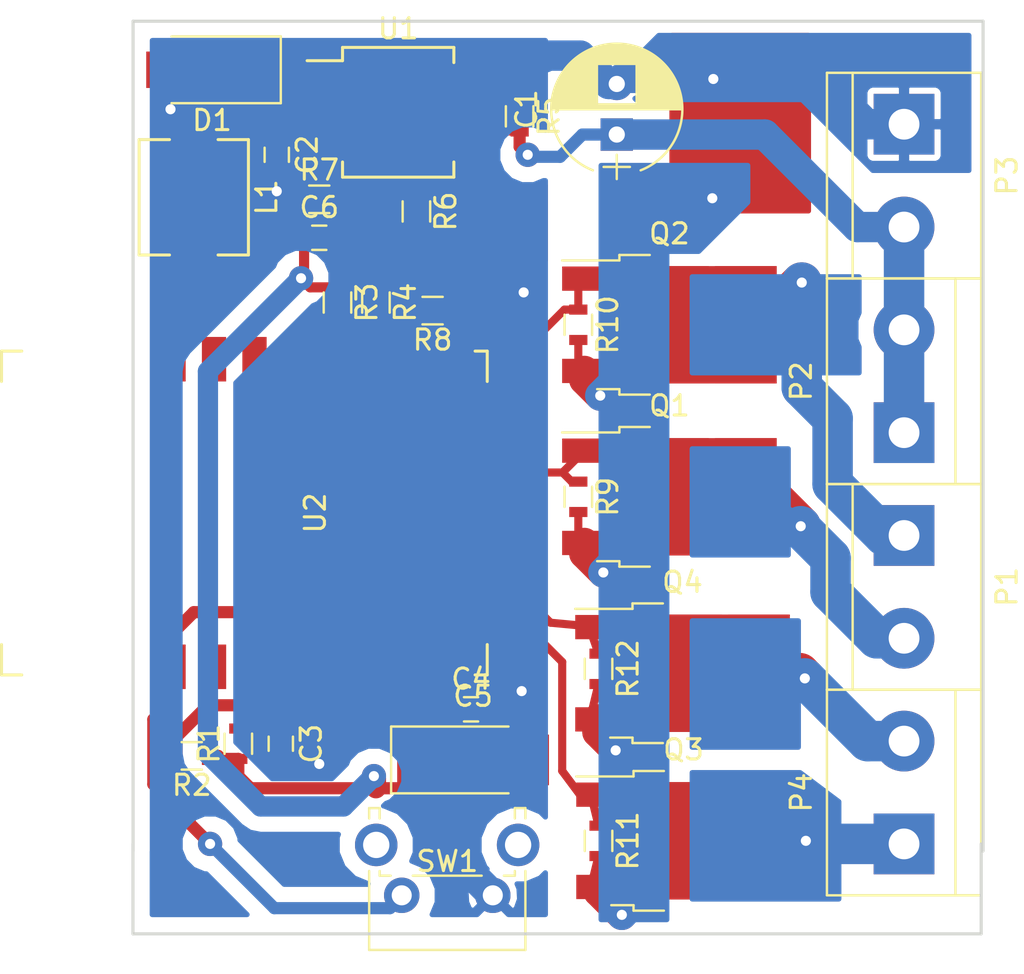
<source format=kicad_pcb>
(kicad_pcb (version 4) (host pcbnew 4.0.6)

  (general
    (links 78)
    (no_connects 0)
    (area 16.724999 15.325 86.35 70.200001)
    (thickness 1.6)
    (drawings 8)
    (tracks 249)
    (zones 0)
    (modules 31)
    (nets 21)
  )

  (page User 148.006 105.004)
  (layers
    (0 F.Cu signal)
    (31 B.Cu signal)
    (32 B.Adhes user)
    (33 F.Adhes user)
    (34 B.Paste user)
    (35 F.Paste user)
    (36 B.SilkS user)
    (37 F.SilkS user)
    (38 B.Mask user)
    (39 F.Mask user)
    (40 Dwgs.User user)
    (41 Cmts.User user hide)
    (42 Eco1.User user)
    (43 Eco2.User user)
    (44 Edge.Cuts user)
    (45 Margin user)
    (46 B.CrtYd user)
    (47 F.CrtYd user)
    (48 B.Fab user)
    (49 F.Fab user)
  )

  (setup
    (last_trace_width 0.25)
    (user_trace_width 0.3)
    (user_trace_width 0.4)
    (user_trace_width 0.5)
    (user_trace_width 0.6)
    (user_trace_width 0.75)
    (user_trace_width 1)
    (user_trace_width 1.5)
    (user_trace_width 2)
    (trace_clearance 0.2)
    (zone_clearance 0.75)
    (zone_45_only no)
    (trace_min 0.2)
    (segment_width 0.2)
    (edge_width 0.15)
    (via_size 0.6)
    (via_drill 0.4)
    (via_min_size 0.4)
    (via_min_drill 0.3)
    (user_via 1.2 0.5)
    (uvia_size 0.3)
    (uvia_drill 0.1)
    (uvias_allowed no)
    (uvia_min_size 0.2)
    (uvia_min_drill 0.1)
    (pcb_text_width 0.3)
    (pcb_text_size 1.5 1.5)
    (mod_edge_width 0.15)
    (mod_text_size 1 1)
    (mod_text_width 0.15)
    (pad_size 3.05 2.75)
    (pad_drill 0)
    (pad_to_mask_clearance 0.2)
    (aux_axis_origin 0 0)
    (visible_elements 7FFFFFFF)
    (pcbplotparams
      (layerselection 0x00030_80000001)
      (usegerberextensions false)
      (excludeedgelayer true)
      (linewidth 0.100000)
      (plotframeref false)
      (viasonmask false)
      (mode 1)
      (useauxorigin false)
      (hpglpennumber 1)
      (hpglpenspeed 20)
      (hpglpendiameter 15)
      (hpglpenoverlay 2)
      (psnegative false)
      (psa4output false)
      (plotreference true)
      (plotvalue true)
      (plotinvisibletext false)
      (padsonsilk false)
      (subtractmaskfromsilk false)
      (outputformat 1)
      (mirror false)
      (drillshape 1)
      (scaleselection 1)
      (outputdirectory ""))
  )

  (net 0 "")
  (net 1 GND)
  (net 2 +12V)
  (net 3 "Net-(C2-Pad1)")
  (net 4 "Net-(C3-Pad1)")
  (net 5 +3V3)
  (net 6 "Net-(D1-Pad1)")
  (net 7 "Net-(P1-Pad2)")
  (net 8 "Net-(R2-Pad2)")
  (net 9 "Net-(R3-Pad2)")
  (net 10 "Net-(R4-Pad2)")
  (net 11 "Net-(R5-Pad1)")
  (net 12 "Net-(R6-Pad1)")
  (net 13 "Net-(R8-Pad2)")
  (net 14 "Net-(Q1-PadG)")
  (net 15 "Net-(Q2-PadG)")
  (net 16 "Net-(P1-Pad1)")
  (net 17 "Net-(P4-Pad1)")
  (net 18 "Net-(P4-Pad2)")
  (net 19 "Net-(Q3-PadG)")
  (net 20 "Net-(Q4-PadG)")

  (net_class Default "This is the default net class."
    (clearance 0.2)
    (trace_width 0.25)
    (via_dia 0.6)
    (via_drill 0.4)
    (uvia_dia 0.3)
    (uvia_drill 0.1)
    (add_net +12V)
    (add_net +3V3)
    (add_net GND)
    (add_net "Net-(C2-Pad1)")
    (add_net "Net-(C3-Pad1)")
    (add_net "Net-(D1-Pad1)")
    (add_net "Net-(P1-Pad1)")
    (add_net "Net-(P1-Pad2)")
    (add_net "Net-(P4-Pad1)")
    (add_net "Net-(P4-Pad2)")
    (add_net "Net-(Q1-PadG)")
    (add_net "Net-(Q2-PadG)")
    (add_net "Net-(Q3-PadG)")
    (add_net "Net-(Q4-PadG)")
    (add_net "Net-(R2-Pad2)")
    (add_net "Net-(R3-Pad2)")
    (add_net "Net-(R4-Pad2)")
    (add_net "Net-(R5-Pad1)")
    (add_net "Net-(R6-Pad1)")
    (add_net "Net-(R8-Pad2)")
  )

  (module Capacitors_SMD:C_0603 (layer F.Cu) (tedit 59958EE7) (tstamp 5C0BD9FF)
    (at 39.1 20.1 270)
    (descr "Capacitor SMD 0603, reflow soldering, AVX (see smccp.pdf)")
    (tags "capacitor 0603")
    (path /5C0C4B60)
    (attr smd)
    (fp_text reference C2 (at 0 -1.5 270) (layer F.SilkS)
      (effects (font (size 1 1) (thickness 0.15)))
    )
    (fp_text value 220p (at 0 1.5 270) (layer F.Fab)
      (effects (font (size 1 1) (thickness 0.15)))
    )
    (fp_line (start 1.4 0.65) (end -1.4 0.65) (layer F.CrtYd) (width 0.05))
    (fp_line (start 1.4 0.65) (end 1.4 -0.65) (layer F.CrtYd) (width 0.05))
    (fp_line (start -1.4 -0.65) (end -1.4 0.65) (layer F.CrtYd) (width 0.05))
    (fp_line (start -1.4 -0.65) (end 1.4 -0.65) (layer F.CrtYd) (width 0.05))
    (fp_line (start 0.35 0.6) (end -0.35 0.6) (layer F.SilkS) (width 0.12))
    (fp_line (start -0.35 -0.6) (end 0.35 -0.6) (layer F.SilkS) (width 0.12))
    (fp_line (start -0.8 -0.4) (end 0.8 -0.4) (layer F.Fab) (width 0.1))
    (fp_line (start 0.8 -0.4) (end 0.8 0.4) (layer F.Fab) (width 0.1))
    (fp_line (start 0.8 0.4) (end -0.8 0.4) (layer F.Fab) (width 0.1))
    (fp_line (start -0.8 0.4) (end -0.8 -0.4) (layer F.Fab) (width 0.1))
    (fp_text user %R (at 0 0 270) (layer F.Fab)
      (effects (font (size 0.3 0.3) (thickness 0.075)))
    )
    (pad 2 smd rect (at 0.75 0 270) (size 0.8 0.75) (layers F.Cu F.Paste F.Mask)
      (net 1 GND))
    (pad 1 smd rect (at -0.75 0 270) (size 0.8 0.75) (layers F.Cu F.Paste F.Mask)
      (net 3 "Net-(C2-Pad1)"))
    (model Capacitors_SMD.3dshapes/C_0603.wrl
      (at (xyz 0 0 0))
      (scale (xyz 1 1 1))
      (rotate (xyz 0 0 0))
    )
  )

  (module Capacitors_SMD:C_0603 (layer F.Cu) (tedit 5C8417C2) (tstamp 5C0BDA05)
    (at 39.3 49.2 270)
    (descr "Capacitor SMD 0603, reflow soldering, AVX (see smccp.pdf)")
    (tags "capacitor 0603")
    (path /5C0C094B)
    (attr smd)
    (fp_text reference C3 (at 0 -1.5 270) (layer F.SilkS)
      (effects (font (size 1 1) (thickness 0.15)))
    )
    (fp_text value 100n (at 2.8 -0.2 270) (layer F.Fab)
      (effects (font (size 1 1) (thickness 0.15)))
    )
    (fp_line (start 1.4 0.65) (end -1.4 0.65) (layer F.CrtYd) (width 0.05))
    (fp_line (start 1.4 0.65) (end 1.4 -0.65) (layer F.CrtYd) (width 0.05))
    (fp_line (start -1.4 -0.65) (end -1.4 0.65) (layer F.CrtYd) (width 0.05))
    (fp_line (start -1.4 -0.65) (end 1.4 -0.65) (layer F.CrtYd) (width 0.05))
    (fp_line (start 0.35 0.6) (end -0.35 0.6) (layer F.SilkS) (width 0.12))
    (fp_line (start -0.35 -0.6) (end 0.35 -0.6) (layer F.SilkS) (width 0.12))
    (fp_line (start -0.8 -0.4) (end 0.8 -0.4) (layer F.Fab) (width 0.1))
    (fp_line (start 0.8 -0.4) (end 0.8 0.4) (layer F.Fab) (width 0.1))
    (fp_line (start 0.8 0.4) (end -0.8 0.4) (layer F.Fab) (width 0.1))
    (fp_line (start -0.8 0.4) (end -0.8 -0.4) (layer F.Fab) (width 0.1))
    (fp_text user %R (at 0 0 270) (layer F.Fab)
      (effects (font (size 0.3 0.3) (thickness 0.075)))
    )
    (pad 2 smd rect (at 0.75 0 270) (size 0.8 0.75) (layers F.Cu F.Paste F.Mask)
      (net 1 GND))
    (pad 1 smd rect (at -0.75 0 270) (size 0.8 0.75) (layers F.Cu F.Paste F.Mask)
      (net 4 "Net-(C3-Pad1)"))
    (model Capacitors_SMD.3dshapes/C_0603.wrl
      (at (xyz 0 0 0))
      (scale (xyz 1 1 1))
      (rotate (xyz 0 0 0))
    )
  )

  (module Capacitors_SMD:C_0603 (layer F.Cu) (tedit 59958EE7) (tstamp 5C0BDA0B)
    (at 48.7 47.5)
    (descr "Capacitor SMD 0603, reflow soldering, AVX (see smccp.pdf)")
    (tags "capacitor 0603")
    (path /5C0C0888)
    (attr smd)
    (fp_text reference C4 (at 0 -1.5) (layer F.SilkS)
      (effects (font (size 1 1) (thickness 0.15)))
    )
    (fp_text value 100n (at 0 1.5) (layer F.Fab)
      (effects (font (size 1 1) (thickness 0.15)))
    )
    (fp_line (start 1.4 0.65) (end -1.4 0.65) (layer F.CrtYd) (width 0.05))
    (fp_line (start 1.4 0.65) (end 1.4 -0.65) (layer F.CrtYd) (width 0.05))
    (fp_line (start -1.4 -0.65) (end -1.4 0.65) (layer F.CrtYd) (width 0.05))
    (fp_line (start -1.4 -0.65) (end 1.4 -0.65) (layer F.CrtYd) (width 0.05))
    (fp_line (start 0.35 0.6) (end -0.35 0.6) (layer F.SilkS) (width 0.12))
    (fp_line (start -0.35 -0.6) (end 0.35 -0.6) (layer F.SilkS) (width 0.12))
    (fp_line (start -0.8 -0.4) (end 0.8 -0.4) (layer F.Fab) (width 0.1))
    (fp_line (start 0.8 -0.4) (end 0.8 0.4) (layer F.Fab) (width 0.1))
    (fp_line (start 0.8 0.4) (end -0.8 0.4) (layer F.Fab) (width 0.1))
    (fp_line (start -0.8 0.4) (end -0.8 -0.4) (layer F.Fab) (width 0.1))
    (fp_text user %R (at 0 0) (layer F.Fab)
      (effects (font (size 0.3 0.3) (thickness 0.075)))
    )
    (pad 2 smd rect (at 0.75 0) (size 0.8 0.75) (layers F.Cu F.Paste F.Mask)
      (net 1 GND))
    (pad 1 smd rect (at -0.75 0) (size 0.8 0.75) (layers F.Cu F.Paste F.Mask)
      (net 5 +3V3))
    (model Capacitors_SMD.3dshapes/C_0603.wrl
      (at (xyz 0 0 0))
      (scale (xyz 1 1 1))
      (rotate (xyz 0 0 0))
    )
  )

  (module Capacitors_SMD:C_0603 (layer F.Cu) (tedit 59958EE7) (tstamp 5C0BDA17)
    (at 41.2 24.2)
    (descr "Capacitor SMD 0603, reflow soldering, AVX (see smccp.pdf)")
    (tags "capacitor 0603")
    (path /5C0C4A7C)
    (attr smd)
    (fp_text reference C6 (at 0 -1.5) (layer F.SilkS)
      (effects (font (size 1 1) (thickness 0.15)))
    )
    (fp_text value 2u (at 0 1.5) (layer F.Fab)
      (effects (font (size 1 1) (thickness 0.15)))
    )
    (fp_line (start 1.4 0.65) (end -1.4 0.65) (layer F.CrtYd) (width 0.05))
    (fp_line (start 1.4 0.65) (end 1.4 -0.65) (layer F.CrtYd) (width 0.05))
    (fp_line (start -1.4 -0.65) (end -1.4 0.65) (layer F.CrtYd) (width 0.05))
    (fp_line (start -1.4 -0.65) (end 1.4 -0.65) (layer F.CrtYd) (width 0.05))
    (fp_line (start 0.35 0.6) (end -0.35 0.6) (layer F.SilkS) (width 0.12))
    (fp_line (start -0.35 -0.6) (end 0.35 -0.6) (layer F.SilkS) (width 0.12))
    (fp_line (start -0.8 -0.4) (end 0.8 -0.4) (layer F.Fab) (width 0.1))
    (fp_line (start 0.8 -0.4) (end 0.8 0.4) (layer F.Fab) (width 0.1))
    (fp_line (start 0.8 0.4) (end -0.8 0.4) (layer F.Fab) (width 0.1))
    (fp_line (start -0.8 0.4) (end -0.8 -0.4) (layer F.Fab) (width 0.1))
    (fp_text user %R (at 0 0) (layer F.Fab)
      (effects (font (size 0.3 0.3) (thickness 0.075)))
    )
    (pad 2 smd rect (at 0.75 0) (size 0.8 0.75) (layers F.Cu F.Paste F.Mask)
      (net 1 GND))
    (pad 1 smd rect (at -0.75 0) (size 0.8 0.75) (layers F.Cu F.Paste F.Mask)
      (net 5 +3V3))
    (model Capacitors_SMD.3dshapes/C_0603.wrl
      (at (xyz 0 0 0))
      (scale (xyz 1 1 1))
      (rotate (xyz 0 0 0))
    )
  )

  (module Diodes_SMD:D_SMA (layer F.Cu) (tedit 586432E5) (tstamp 5C0BDA24)
    (at 35.9 15.9 180)
    (descr "Diode SMA (DO-214AC)")
    (tags "Diode SMA (DO-214AC)")
    (path /5C0C49CA)
    (attr smd)
    (fp_text reference D1 (at 0 -2.5 180) (layer F.SilkS)
      (effects (font (size 1 1) (thickness 0.15)))
    )
    (fp_text value ss14 (at 0 2.6 180) (layer F.Fab)
      (effects (font (size 1 1) (thickness 0.15)))
    )
    (fp_text user %R (at 0 -2.5 180) (layer F.Fab)
      (effects (font (size 1 1) (thickness 0.15)))
    )
    (fp_line (start -3.4 -1.65) (end -3.4 1.65) (layer F.SilkS) (width 0.12))
    (fp_line (start 2.3 1.5) (end -2.3 1.5) (layer F.Fab) (width 0.1))
    (fp_line (start -2.3 1.5) (end -2.3 -1.5) (layer F.Fab) (width 0.1))
    (fp_line (start 2.3 -1.5) (end 2.3 1.5) (layer F.Fab) (width 0.1))
    (fp_line (start 2.3 -1.5) (end -2.3 -1.5) (layer F.Fab) (width 0.1))
    (fp_line (start -3.5 -1.75) (end 3.5 -1.75) (layer F.CrtYd) (width 0.05))
    (fp_line (start 3.5 -1.75) (end 3.5 1.75) (layer F.CrtYd) (width 0.05))
    (fp_line (start 3.5 1.75) (end -3.5 1.75) (layer F.CrtYd) (width 0.05))
    (fp_line (start -3.5 1.75) (end -3.5 -1.75) (layer F.CrtYd) (width 0.05))
    (fp_line (start -0.64944 0.00102) (end -1.55114 0.00102) (layer F.Fab) (width 0.1))
    (fp_line (start 0.50118 0.00102) (end 1.4994 0.00102) (layer F.Fab) (width 0.1))
    (fp_line (start -0.64944 -0.79908) (end -0.64944 0.80112) (layer F.Fab) (width 0.1))
    (fp_line (start 0.50118 0.75032) (end 0.50118 -0.79908) (layer F.Fab) (width 0.1))
    (fp_line (start -0.64944 0.00102) (end 0.50118 0.75032) (layer F.Fab) (width 0.1))
    (fp_line (start -0.64944 0.00102) (end 0.50118 -0.79908) (layer F.Fab) (width 0.1))
    (fp_line (start -3.4 1.65) (end 2 1.65) (layer F.SilkS) (width 0.12))
    (fp_line (start -3.4 -1.65) (end 2 -1.65) (layer F.SilkS) (width 0.12))
    (pad 1 smd rect (at -2 0 180) (size 2.5 1.8) (layers F.Cu F.Paste F.Mask)
      (net 6 "Net-(D1-Pad1)"))
    (pad 2 smd rect (at 2 0 180) (size 2.5 1.8) (layers F.Cu F.Paste F.Mask)
      (net 1 GND))
    (model ${KISYS3DMOD}/Diodes_SMD.3dshapes/D_SMA.wrl
      (at (xyz 0 0 0))
      (scale (xyz 1 1 1))
      (rotate (xyz 0 0 0))
    )
  )

  (module Inductors:Inductor_Wurth_HCI-5040 (layer F.Cu) (tedit 5745AE01) (tstamp 5C0BDA2A)
    (at 35 22.2 270)
    (descr "Inductor, Wurth Elektronik, Wurth_HCI-5040, 5.5mmx5.2mm")
    (tags "inductor wurth hci smd")
    (path /5C0C4A31)
    (attr smd)
    (fp_text reference L1 (at 0 -3.6 270) (layer F.SilkS)
      (effects (font (size 1 1) (thickness 0.15)))
    )
    (fp_text value 330u (at 0 4.1 270) (layer F.Fab)
      (effects (font (size 1 1) (thickness 0.15)))
    )
    (fp_line (start -2.75 -2.6) (end -2.75 2.6) (layer F.Fab) (width 0.15))
    (fp_line (start -2.75 2.6) (end 2.75 2.6) (layer F.Fab) (width 0.15))
    (fp_line (start 2.75 2.6) (end 2.75 -2.6) (layer F.Fab) (width 0.15))
    (fp_line (start 2.75 -2.6) (end -2.75 -2.6) (layer F.Fab) (width 0.15))
    (fp_line (start -3.25 -2.85) (end -3.25 2.85) (layer F.CrtYd) (width 0.05))
    (fp_line (start -3.25 2.85) (end 3.25 2.85) (layer F.CrtYd) (width 0.05))
    (fp_line (start 3.25 2.85) (end 3.25 -2.85) (layer F.CrtYd) (width 0.05))
    (fp_line (start 3.25 -2.85) (end -3.25 -2.85) (layer F.CrtYd) (width 0.05))
    (fp_line (start -2.85 1.2) (end -2.85 2.7) (layer F.SilkS) (width 0.15))
    (fp_line (start -2.85 2.7) (end 2.85 2.7) (layer F.SilkS) (width 0.15))
    (fp_line (start 2.85 2.7) (end 2.85 1.2) (layer F.SilkS) (width 0.15))
    (fp_line (start -2.85 -1.2) (end -2.85 -2.7) (layer F.SilkS) (width 0.15))
    (fp_line (start -2.85 -2.7) (end 2.85 -2.7) (layer F.SilkS) (width 0.15))
    (fp_line (start 2.85 -2.7) (end 2.85 -1.2) (layer F.SilkS) (width 0.15))
    (pad 1 smd rect (at -2.05 0 270) (size 1.9 1.6) (layers F.Cu F.Paste F.Mask)
      (net 6 "Net-(D1-Pad1)"))
    (pad 2 smd rect (at 2.05 0 270) (size 1.9 1.6) (layers F.Cu F.Paste F.Mask)
      (net 5 +3V3))
    (model Inductors.3dshapes/Inductor_Wurth_HCI-5040.wrl
      (at (xyz 0 0 0))
      (scale (xyz 1 1 1))
      (rotate (xyz 0 0 0))
    )
  )

  (module TO_SOT_Packages_SMD:TO-252-2 (layer F.Cu) (tedit 5C0BD9FF) (tstamp 5C0BDA47)
    (at 58.5 37)
    (descr "TO-252 / DPAK SMD package, http://www.infineon.com/cms/en/product/packages/PG-TO252/PG-TO252-3-1/")
    (tags "DPAK TO-252 DPAK-3 TO-252-3 SOT-428")
    (path /5C0C0356)
    (attr smd)
    (fp_text reference Q1 (at 0 -4.5) (layer F.SilkS)
      (effects (font (size 1 1) (thickness 0.15)))
    )
    (fp_text value IRLR2905 (at 0 4.5) (layer F.Fab)
      (effects (font (size 1 1) (thickness 0.15)))
    )
    (fp_line (start 3.95 -2.7) (end 4.95 -2.7) (layer F.Fab) (width 0.1))
    (fp_line (start 4.95 -2.7) (end 4.95 2.7) (layer F.Fab) (width 0.1))
    (fp_line (start 4.95 2.7) (end 3.95 2.7) (layer F.Fab) (width 0.1))
    (fp_line (start 3.95 -3.25) (end 3.95 3.25) (layer F.Fab) (width 0.1))
    (fp_line (start 3.95 3.25) (end -2.27 3.25) (layer F.Fab) (width 0.1))
    (fp_line (start -2.27 3.25) (end -2.27 -2.25) (layer F.Fab) (width 0.1))
    (fp_line (start -2.27 -2.25) (end -1.27 -3.25) (layer F.Fab) (width 0.1))
    (fp_line (start -1.27 -3.25) (end 3.95 -3.25) (layer F.Fab) (width 0.1))
    (fp_line (start -1.865 -2.655) (end -4.97 -2.655) (layer F.Fab) (width 0.1))
    (fp_line (start -4.97 -2.655) (end -4.97 -1.905) (layer F.Fab) (width 0.1))
    (fp_line (start -4.97 -1.905) (end -2.27 -1.905) (layer F.Fab) (width 0.1))
    (fp_line (start -2.27 1.905) (end -4.97 1.905) (layer F.Fab) (width 0.1))
    (fp_line (start -4.97 1.905) (end -4.97 2.655) (layer F.Fab) (width 0.1))
    (fp_line (start -4.97 2.655) (end -2.27 2.655) (layer F.Fab) (width 0.1))
    (fp_line (start -0.97 -3.45) (end -2.47 -3.45) (layer F.SilkS) (width 0.12))
    (fp_line (start -2.47 -3.45) (end -2.47 -3.18) (layer F.SilkS) (width 0.12))
    (fp_line (start -2.47 -3.18) (end -5.3 -3.18) (layer F.SilkS) (width 0.12))
    (fp_line (start -0.97 3.45) (end -2.47 3.45) (layer F.SilkS) (width 0.12))
    (fp_line (start -2.47 3.45) (end -2.47 3.18) (layer F.SilkS) (width 0.12))
    (fp_line (start -2.47 3.18) (end -3.57 3.18) (layer F.SilkS) (width 0.12))
    (fp_line (start -5.55 -3.5) (end -5.55 3.5) (layer F.CrtYd) (width 0.05))
    (fp_line (start -5.55 3.5) (end 5.55 3.5) (layer F.CrtYd) (width 0.05))
    (fp_line (start 5.55 3.5) (end 5.55 -3.5) (layer F.CrtYd) (width 0.05))
    (fp_line (start 5.55 -3.5) (end -5.55 -3.5) (layer F.CrtYd) (width 0.05))
    (fp_text user %R (at 0 0) (layer F.Fab)
      (effects (font (size 1 1) (thickness 0.15)))
    )
    (pad G smd rect (at -4.2 -2.28) (size 2.2 1.2) (layers F.Cu F.Paste F.Mask)
      (net 14 "Net-(Q1-PadG)"))
    (pad S smd rect (at -4.2 2.28) (size 2.2 1.2) (layers F.Cu F.Paste F.Mask)
      (net 1 GND))
    (pad D smd rect (at 2.1 0) (size 6.4 5.8) (layers F.Cu F.Mask)
      (net 7 "Net-(P1-Pad2)"))
    (pad D smd rect (at 3.775 1.525) (size 3.05 2.75) (layers F.Cu F.Paste)
      (net 7 "Net-(P1-Pad2)"))
    (pad D smd rect (at 0.425 -1.525) (size 3.05 2.75) (layers F.Cu F.Paste)
      (net 7 "Net-(P1-Pad2)"))
    (pad D smd rect (at 3.775 -1.525) (size 3.05 2.75) (layers F.Cu F.Paste)
      (net 7 "Net-(P1-Pad2)"))
    (pad D smd rect (at 0.425 1.525) (size 3.05 2.75) (layers F.Cu F.Paste)
      (net 7 "Net-(P1-Pad2)"))
    (model ${KISYS3DMOD}/TO_SOT_Packages_SMD.3dshapes/TO-252-2.wrl
      (at (xyz 0 0 0))
      (scale (xyz 1 1 1))
      (rotate (xyz 0 0 0))
    )
  )

  (module TO_SOT_Packages_SMD:TO-252-2 (layer F.Cu) (tedit 5C0BDA25) (tstamp 5C0BDA52)
    (at 58.5 28.5)
    (descr "TO-252 / DPAK SMD package, http://www.infineon.com/cms/en/product/packages/PG-TO252/PG-TO252-3-1/")
    (tags "DPAK TO-252 DPAK-3 TO-252-3 SOT-428")
    (path /5C0C03BD)
    (attr smd)
    (fp_text reference Q2 (at 0 -4.5) (layer F.SilkS)
      (effects (font (size 1 1) (thickness 0.15)))
    )
    (fp_text value IRLR2905 (at 0 4.5) (layer F.Fab)
      (effects (font (size 1 1) (thickness 0.15)))
    )
    (fp_line (start 3.95 -2.7) (end 4.95 -2.7) (layer F.Fab) (width 0.1))
    (fp_line (start 4.95 -2.7) (end 4.95 2.7) (layer F.Fab) (width 0.1))
    (fp_line (start 4.95 2.7) (end 3.95 2.7) (layer F.Fab) (width 0.1))
    (fp_line (start 3.95 -3.25) (end 3.95 3.25) (layer F.Fab) (width 0.1))
    (fp_line (start 3.95 3.25) (end -2.27 3.25) (layer F.Fab) (width 0.1))
    (fp_line (start -2.27 3.25) (end -2.27 -2.25) (layer F.Fab) (width 0.1))
    (fp_line (start -2.27 -2.25) (end -1.27 -3.25) (layer F.Fab) (width 0.1))
    (fp_line (start -1.27 -3.25) (end 3.95 -3.25) (layer F.Fab) (width 0.1))
    (fp_line (start -1.865 -2.655) (end -4.97 -2.655) (layer F.Fab) (width 0.1))
    (fp_line (start -4.97 -2.655) (end -4.97 -1.905) (layer F.Fab) (width 0.1))
    (fp_line (start -4.97 -1.905) (end -2.27 -1.905) (layer F.Fab) (width 0.1))
    (fp_line (start -2.27 1.905) (end -4.97 1.905) (layer F.Fab) (width 0.1))
    (fp_line (start -4.97 1.905) (end -4.97 2.655) (layer F.Fab) (width 0.1))
    (fp_line (start -4.97 2.655) (end -2.27 2.655) (layer F.Fab) (width 0.1))
    (fp_line (start -0.97 -3.45) (end -2.47 -3.45) (layer F.SilkS) (width 0.12))
    (fp_line (start -2.47 -3.45) (end -2.47 -3.18) (layer F.SilkS) (width 0.12))
    (fp_line (start -2.47 -3.18) (end -5.3 -3.18) (layer F.SilkS) (width 0.12))
    (fp_line (start -0.97 3.45) (end -2.47 3.45) (layer F.SilkS) (width 0.12))
    (fp_line (start -2.47 3.45) (end -2.47 3.18) (layer F.SilkS) (width 0.12))
    (fp_line (start -2.47 3.18) (end -3.57 3.18) (layer F.SilkS) (width 0.12))
    (fp_line (start -5.55 -3.5) (end -5.55 3.5) (layer F.CrtYd) (width 0.05))
    (fp_line (start -5.55 3.5) (end 5.55 3.5) (layer F.CrtYd) (width 0.05))
    (fp_line (start 5.55 3.5) (end 5.55 -3.5) (layer F.CrtYd) (width 0.05))
    (fp_line (start 5.55 -3.5) (end -5.55 -3.5) (layer F.CrtYd) (width 0.05))
    (fp_text user %R (at 0 0) (layer F.Fab)
      (effects (font (size 1 1) (thickness 0.15)))
    )
    (pad G smd rect (at -4.2 -2.28) (size 2.2 1.2) (layers F.Cu F.Paste F.Mask)
      (net 15 "Net-(Q2-PadG)"))
    (pad S smd rect (at -4.2 2.28) (size 2.2 1.2) (layers F.Cu F.Paste F.Mask)
      (net 1 GND))
    (pad D smd rect (at 2.1 0) (size 6.4 5.8) (layers F.Cu F.Mask)
      (net 16 "Net-(P1-Pad1)"))
    (pad D smd rect (at 3.775 1.525) (size 3.05 2.75) (layers F.Cu F.Paste)
      (net 16 "Net-(P1-Pad1)"))
    (pad D smd rect (at 0.425 -1.525) (size 3.05 2.75) (layers F.Cu F.Paste)
      (net 16 "Net-(P1-Pad1)"))
    (pad D smd rect (at 3.775 -1.525) (size 3.05 2.75) (layers F.Cu F.Paste)
      (net 16 "Net-(P1-Pad1)"))
    (pad D smd rect (at 0.425 1.525) (size 3.05 2.75) (layers F.Cu F.Paste)
      (net 16 "Net-(P1-Pad1)"))
    (model ${KISYS3DMOD}/TO_SOT_Packages_SMD.3dshapes/TO-252-2.wrl
      (at (xyz 0 0 0))
      (scale (xyz 1 1 1))
      (rotate (xyz 0 0 0))
    )
  )

  (module Resistors_SMD:R_0603 (layer F.Cu) (tedit 5C8417C4) (tstamp 5C0BDA58)
    (at 37.2 49.2 90)
    (descr "Resistor SMD 0603, reflow soldering, Vishay (see dcrcw.pdf)")
    (tags "resistor 0603")
    (path /5C0C0674)
    (attr smd)
    (fp_text reference R1 (at 0 -1.45 90) (layer F.SilkS)
      (effects (font (size 1 1) (thickness 0.15)))
    )
    (fp_text value 4k7 (at -3.3 0.3 90) (layer F.Fab)
      (effects (font (size 1 1) (thickness 0.15)))
    )
    (fp_text user %R (at -0.1 0.1 90) (layer F.Fab)
      (effects (font (size 0.4 0.4) (thickness 0.075)))
    )
    (fp_line (start -0.8 0.4) (end -0.8 -0.4) (layer F.Fab) (width 0.1))
    (fp_line (start 0.8 0.4) (end -0.8 0.4) (layer F.Fab) (width 0.1))
    (fp_line (start 0.8 -0.4) (end 0.8 0.4) (layer F.Fab) (width 0.1))
    (fp_line (start -0.8 -0.4) (end 0.8 -0.4) (layer F.Fab) (width 0.1))
    (fp_line (start 0.5 0.68) (end -0.5 0.68) (layer F.SilkS) (width 0.12))
    (fp_line (start -0.5 -0.68) (end 0.5 -0.68) (layer F.SilkS) (width 0.12))
    (fp_line (start -1.25 -0.7) (end 1.25 -0.7) (layer F.CrtYd) (width 0.05))
    (fp_line (start -1.25 -0.7) (end -1.25 0.7) (layer F.CrtYd) (width 0.05))
    (fp_line (start 1.25 0.7) (end 1.25 -0.7) (layer F.CrtYd) (width 0.05))
    (fp_line (start 1.25 0.7) (end -1.25 0.7) (layer F.CrtYd) (width 0.05))
    (pad 1 smd rect (at -0.75 0 90) (size 0.5 0.9) (layers F.Cu F.Paste F.Mask)
      (net 5 +3V3))
    (pad 2 smd rect (at 0.75 0 90) (size 0.5 0.9) (layers F.Cu F.Paste F.Mask)
      (net 4 "Net-(C3-Pad1)"))
    (model ${KISYS3DMOD}/Resistors_SMD.3dshapes/R_0603.wrl
      (at (xyz 0 0 0))
      (scale (xyz 1 1 1))
      (rotate (xyz 0 0 0))
    )
  )

  (module Resistors_SMD:R_0603 (layer F.Cu) (tedit 5C0D936E) (tstamp 5C0BDA5E)
    (at 34.9 49.8 180)
    (descr "Resistor SMD 0603, reflow soldering, Vishay (see dcrcw.pdf)")
    (tags "resistor 0603")
    (path /5C0C06D5)
    (attr smd)
    (fp_text reference R2 (at 0 -1.45 180) (layer F.SilkS)
      (effects (font (size 1 1) (thickness 0.15)))
    )
    (fp_text value 4k7 (at 0 1.5 180) (layer F.Fab)
      (effects (font (size 1 1) (thickness 0.15)))
    )
    (fp_text user %R (at 0 0.1 180) (layer F.Fab)
      (effects (font (size 0.4 0.4) (thickness 0.075)))
    )
    (fp_line (start -0.8 0.4) (end -0.8 -0.4) (layer F.Fab) (width 0.1))
    (fp_line (start 0.8 0.4) (end -0.8 0.4) (layer F.Fab) (width 0.1))
    (fp_line (start 0.8 -0.4) (end 0.8 0.4) (layer F.Fab) (width 0.1))
    (fp_line (start -0.8 -0.4) (end 0.8 -0.4) (layer F.Fab) (width 0.1))
    (fp_line (start 0.5 0.68) (end -0.5 0.68) (layer F.SilkS) (width 0.12))
    (fp_line (start -0.5 -0.68) (end 0.5 -0.68) (layer F.SilkS) (width 0.12))
    (fp_line (start -1.25 -0.7) (end 1.25 -0.7) (layer F.CrtYd) (width 0.05))
    (fp_line (start -1.25 -0.7) (end -1.25 0.7) (layer F.CrtYd) (width 0.05))
    (fp_line (start 1.25 0.7) (end 1.25 -0.7) (layer F.CrtYd) (width 0.05))
    (fp_line (start 1.25 0.7) (end -1.25 0.7) (layer F.CrtYd) (width 0.05))
    (pad 1 smd rect (at -0.75 0 180) (size 0.5 0.9) (layers F.Cu F.Paste F.Mask)
      (net 5 +3V3))
    (pad 2 smd rect (at 0.75 0 180) (size 0.5 0.9) (layers F.Cu F.Paste F.Mask)
      (net 8 "Net-(R2-Pad2)"))
    (model ${KISYS3DMOD}/Resistors_SMD.3dshapes/R_0603.wrl
      (at (xyz 0 0 0))
      (scale (xyz 1 1 1))
      (rotate (xyz 0 0 0))
    )
  )

  (module Resistors_SMD:R_0603 (layer F.Cu) (tedit 58E0A804) (tstamp 5C0BDA64)
    (at 42.1 27.4 270)
    (descr "Resistor SMD 0603, reflow soldering, Vishay (see dcrcw.pdf)")
    (tags "resistor 0603")
    (path /5C0C0704)
    (attr smd)
    (fp_text reference R3 (at 0 -1.45 270) (layer F.SilkS)
      (effects (font (size 1 1) (thickness 0.15)))
    )
    (fp_text value 4k7 (at 0 1.5 270) (layer F.Fab)
      (effects (font (size 1 1) (thickness 0.15)))
    )
    (fp_text user %R (at 0 0 270) (layer F.Fab)
      (effects (font (size 0.4 0.4) (thickness 0.075)))
    )
    (fp_line (start -0.8 0.4) (end -0.8 -0.4) (layer F.Fab) (width 0.1))
    (fp_line (start 0.8 0.4) (end -0.8 0.4) (layer F.Fab) (width 0.1))
    (fp_line (start 0.8 -0.4) (end 0.8 0.4) (layer F.Fab) (width 0.1))
    (fp_line (start -0.8 -0.4) (end 0.8 -0.4) (layer F.Fab) (width 0.1))
    (fp_line (start 0.5 0.68) (end -0.5 0.68) (layer F.SilkS) (width 0.12))
    (fp_line (start -0.5 -0.68) (end 0.5 -0.68) (layer F.SilkS) (width 0.12))
    (fp_line (start -1.25 -0.7) (end 1.25 -0.7) (layer F.CrtYd) (width 0.05))
    (fp_line (start -1.25 -0.7) (end -1.25 0.7) (layer F.CrtYd) (width 0.05))
    (fp_line (start 1.25 0.7) (end 1.25 -0.7) (layer F.CrtYd) (width 0.05))
    (fp_line (start 1.25 0.7) (end -1.25 0.7) (layer F.CrtYd) (width 0.05))
    (pad 1 smd rect (at -0.75 0 270) (size 0.5 0.9) (layers F.Cu F.Paste F.Mask)
      (net 5 +3V3))
    (pad 2 smd rect (at 0.75 0 270) (size 0.5 0.9) (layers F.Cu F.Paste F.Mask)
      (net 9 "Net-(R3-Pad2)"))
    (model ${KISYS3DMOD}/Resistors_SMD.3dshapes/R_0603.wrl
      (at (xyz 0 0 0))
      (scale (xyz 1 1 1))
      (rotate (xyz 0 0 0))
    )
  )

  (module Resistors_SMD:R_0603 (layer F.Cu) (tedit 58E0A804) (tstamp 5C0BDA6A)
    (at 44 27.4 270)
    (descr "Resistor SMD 0603, reflow soldering, Vishay (see dcrcw.pdf)")
    (tags "resistor 0603")
    (path /5C0C073B)
    (attr smd)
    (fp_text reference R4 (at 0 -1.45 270) (layer F.SilkS)
      (effects (font (size 1 1) (thickness 0.15)))
    )
    (fp_text value 4k7 (at 0 1.5 270) (layer F.Fab)
      (effects (font (size 1 1) (thickness 0.15)))
    )
    (fp_text user %R (at 0 0 270) (layer F.Fab)
      (effects (font (size 0.4 0.4) (thickness 0.075)))
    )
    (fp_line (start -0.8 0.4) (end -0.8 -0.4) (layer F.Fab) (width 0.1))
    (fp_line (start 0.8 0.4) (end -0.8 0.4) (layer F.Fab) (width 0.1))
    (fp_line (start 0.8 -0.4) (end 0.8 0.4) (layer F.Fab) (width 0.1))
    (fp_line (start -0.8 -0.4) (end 0.8 -0.4) (layer F.Fab) (width 0.1))
    (fp_line (start 0.5 0.68) (end -0.5 0.68) (layer F.SilkS) (width 0.12))
    (fp_line (start -0.5 -0.68) (end 0.5 -0.68) (layer F.SilkS) (width 0.12))
    (fp_line (start -1.25 -0.7) (end 1.25 -0.7) (layer F.CrtYd) (width 0.05))
    (fp_line (start -1.25 -0.7) (end -1.25 0.7) (layer F.CrtYd) (width 0.05))
    (fp_line (start 1.25 0.7) (end 1.25 -0.7) (layer F.CrtYd) (width 0.05))
    (fp_line (start 1.25 0.7) (end -1.25 0.7) (layer F.CrtYd) (width 0.05))
    (pad 1 smd rect (at -0.75 0 270) (size 0.5 0.9) (layers F.Cu F.Paste F.Mask)
      (net 5 +3V3))
    (pad 2 smd rect (at 0.75 0 270) (size 0.5 0.9) (layers F.Cu F.Paste F.Mask)
      (net 10 "Net-(R4-Pad2)"))
    (model ${KISYS3DMOD}/Resistors_SMD.3dshapes/R_0603.wrl
      (at (xyz 0 0 0))
      (scale (xyz 1 1 1))
      (rotate (xyz 0 0 0))
    )
  )

  (module Resistors_SMD:R_0603 (layer F.Cu) (tedit 58E0A804) (tstamp 5C0BDA70)
    (at 51.1 18.2 270)
    (descr "Resistor SMD 0603, reflow soldering, Vishay (see dcrcw.pdf)")
    (tags "resistor 0603")
    (path /5C0C475D)
    (attr smd)
    (fp_text reference R5 (at 0 -1.45 270) (layer F.SilkS)
      (effects (font (size 1 1) (thickness 0.15)))
    )
    (fp_text value 1R5 (at 0 1.5 270) (layer F.Fab)
      (effects (font (size 1 1) (thickness 0.15)))
    )
    (fp_text user %R (at 0 0 270) (layer F.Fab)
      (effects (font (size 0.4 0.4) (thickness 0.075)))
    )
    (fp_line (start -0.8 0.4) (end -0.8 -0.4) (layer F.Fab) (width 0.1))
    (fp_line (start 0.8 0.4) (end -0.8 0.4) (layer F.Fab) (width 0.1))
    (fp_line (start 0.8 -0.4) (end 0.8 0.4) (layer F.Fab) (width 0.1))
    (fp_line (start -0.8 -0.4) (end 0.8 -0.4) (layer F.Fab) (width 0.1))
    (fp_line (start 0.5 0.68) (end -0.5 0.68) (layer F.SilkS) (width 0.12))
    (fp_line (start -0.5 -0.68) (end 0.5 -0.68) (layer F.SilkS) (width 0.12))
    (fp_line (start -1.25 -0.7) (end 1.25 -0.7) (layer F.CrtYd) (width 0.05))
    (fp_line (start -1.25 -0.7) (end -1.25 0.7) (layer F.CrtYd) (width 0.05))
    (fp_line (start 1.25 0.7) (end 1.25 -0.7) (layer F.CrtYd) (width 0.05))
    (fp_line (start 1.25 0.7) (end -1.25 0.7) (layer F.CrtYd) (width 0.05))
    (pad 1 smd rect (at -0.75 0 270) (size 0.5 0.9) (layers F.Cu F.Paste F.Mask)
      (net 11 "Net-(R5-Pad1)"))
    (pad 2 smd rect (at 0.75 0 270) (size 0.5 0.9) (layers F.Cu F.Paste F.Mask)
      (net 2 +12V))
    (model ${KISYS3DMOD}/Resistors_SMD.3dshapes/R_0603.wrl
      (at (xyz 0 0 0))
      (scale (xyz 1 1 1))
      (rotate (xyz 0 0 0))
    )
  )

  (module Resistors_SMD:R_0603 (layer F.Cu) (tedit 58E0A804) (tstamp 5C0BDA76)
    (at 46 22.9 270)
    (descr "Resistor SMD 0603, reflow soldering, Vishay (see dcrcw.pdf)")
    (tags "resistor 0603")
    (path /5C0C495B)
    (attr smd)
    (fp_text reference R6 (at 0 -1.45 270) (layer F.SilkS)
      (effects (font (size 1 1) (thickness 0.15)))
    )
    (fp_text value 3k6 (at 0 1.5 270) (layer F.Fab)
      (effects (font (size 1 1) (thickness 0.15)))
    )
    (fp_text user %R (at 0 0 270) (layer F.Fab)
      (effects (font (size 0.4 0.4) (thickness 0.075)))
    )
    (fp_line (start -0.8 0.4) (end -0.8 -0.4) (layer F.Fab) (width 0.1))
    (fp_line (start 0.8 0.4) (end -0.8 0.4) (layer F.Fab) (width 0.1))
    (fp_line (start 0.8 -0.4) (end 0.8 0.4) (layer F.Fab) (width 0.1))
    (fp_line (start -0.8 -0.4) (end 0.8 -0.4) (layer F.Fab) (width 0.1))
    (fp_line (start 0.5 0.68) (end -0.5 0.68) (layer F.SilkS) (width 0.12))
    (fp_line (start -0.5 -0.68) (end 0.5 -0.68) (layer F.SilkS) (width 0.12))
    (fp_line (start -1.25 -0.7) (end 1.25 -0.7) (layer F.CrtYd) (width 0.05))
    (fp_line (start -1.25 -0.7) (end -1.25 0.7) (layer F.CrtYd) (width 0.05))
    (fp_line (start 1.25 0.7) (end 1.25 -0.7) (layer F.CrtYd) (width 0.05))
    (fp_line (start 1.25 0.7) (end -1.25 0.7) (layer F.CrtYd) (width 0.05))
    (pad 1 smd rect (at -0.75 0 270) (size 0.5 0.9) (layers F.Cu F.Paste F.Mask)
      (net 12 "Net-(R6-Pad1)"))
    (pad 2 smd rect (at 0.75 0 270) (size 0.5 0.9) (layers F.Cu F.Paste F.Mask)
      (net 1 GND))
    (model ${KISYS3DMOD}/Resistors_SMD.3dshapes/R_0603.wrl
      (at (xyz 0 0 0))
      (scale (xyz 1 1 1))
      (rotate (xyz 0 0 0))
    )
  )

  (module Resistors_SMD:R_0603 (layer F.Cu) (tedit 58E0A804) (tstamp 5C0BDA7C)
    (at 41.2 22.3)
    (descr "Resistor SMD 0603, reflow soldering, Vishay (see dcrcw.pdf)")
    (tags "resistor 0603")
    (path /5C0C48F8)
    (attr smd)
    (fp_text reference R7 (at 0 -1.45) (layer F.SilkS)
      (effects (font (size 1 1) (thickness 0.15)))
    )
    (fp_text value 5k6 (at 0 1.5) (layer F.Fab)
      (effects (font (size 1 1) (thickness 0.15)))
    )
    (fp_text user %R (at 0 0) (layer F.Fab)
      (effects (font (size 0.4 0.4) (thickness 0.075)))
    )
    (fp_line (start -0.8 0.4) (end -0.8 -0.4) (layer F.Fab) (width 0.1))
    (fp_line (start 0.8 0.4) (end -0.8 0.4) (layer F.Fab) (width 0.1))
    (fp_line (start 0.8 -0.4) (end 0.8 0.4) (layer F.Fab) (width 0.1))
    (fp_line (start -0.8 -0.4) (end 0.8 -0.4) (layer F.Fab) (width 0.1))
    (fp_line (start 0.5 0.68) (end -0.5 0.68) (layer F.SilkS) (width 0.12))
    (fp_line (start -0.5 -0.68) (end 0.5 -0.68) (layer F.SilkS) (width 0.12))
    (fp_line (start -1.25 -0.7) (end 1.25 -0.7) (layer F.CrtYd) (width 0.05))
    (fp_line (start -1.25 -0.7) (end -1.25 0.7) (layer F.CrtYd) (width 0.05))
    (fp_line (start 1.25 0.7) (end 1.25 -0.7) (layer F.CrtYd) (width 0.05))
    (fp_line (start 1.25 0.7) (end -1.25 0.7) (layer F.CrtYd) (width 0.05))
    (pad 1 smd rect (at -0.75 0) (size 0.5 0.9) (layers F.Cu F.Paste F.Mask)
      (net 5 +3V3))
    (pad 2 smd rect (at 0.75 0) (size 0.5 0.9) (layers F.Cu F.Paste F.Mask)
      (net 12 "Net-(R6-Pad1)"))
    (model ${KISYS3DMOD}/Resistors_SMD.3dshapes/R_0603.wrl
      (at (xyz 0 0 0))
      (scale (xyz 1 1 1))
      (rotate (xyz 0 0 0))
    )
  )

  (module Resistors_SMD:R_0603 (layer F.Cu) (tedit 5C0D9389) (tstamp 5C0BDA82)
    (at 46.8 27.8 180)
    (descr "Resistor SMD 0603, reflow soldering, Vishay (see dcrcw.pdf)")
    (tags "resistor 0603")
    (path /5C0C07B6)
    (attr smd)
    (fp_text reference R8 (at 0 -1.45 180) (layer F.SilkS)
      (effects (font (size 1 1) (thickness 0.15)))
    )
    (fp_text value 4k7 (at 0 1.5 180) (layer F.Fab)
      (effects (font (size 1 1) (thickness 0.15)))
    )
    (fp_text user %R (at -0.1 0 180) (layer F.Fab)
      (effects (font (size 0.4 0.4) (thickness 0.075)))
    )
    (fp_line (start -0.8 0.4) (end -0.8 -0.4) (layer F.Fab) (width 0.1))
    (fp_line (start 0.8 0.4) (end -0.8 0.4) (layer F.Fab) (width 0.1))
    (fp_line (start 0.8 -0.4) (end 0.8 0.4) (layer F.Fab) (width 0.1))
    (fp_line (start -0.8 -0.4) (end 0.8 -0.4) (layer F.Fab) (width 0.1))
    (fp_line (start 0.5 0.68) (end -0.5 0.68) (layer F.SilkS) (width 0.12))
    (fp_line (start -0.5 -0.68) (end 0.5 -0.68) (layer F.SilkS) (width 0.12))
    (fp_line (start -1.25 -0.7) (end 1.25 -0.7) (layer F.CrtYd) (width 0.05))
    (fp_line (start -1.25 -0.7) (end -1.25 0.7) (layer F.CrtYd) (width 0.05))
    (fp_line (start 1.25 0.7) (end 1.25 -0.7) (layer F.CrtYd) (width 0.05))
    (fp_line (start 1.25 0.7) (end -1.25 0.7) (layer F.CrtYd) (width 0.05))
    (pad 1 smd rect (at -0.75 0 180) (size 0.5 0.9) (layers F.Cu F.Paste F.Mask)
      (net 1 GND))
    (pad 2 smd rect (at 0.75 0 180) (size 0.5 0.9) (layers F.Cu F.Paste F.Mask)
      (net 13 "Net-(R8-Pad2)"))
    (model ${KISYS3DMOD}/Resistors_SMD.3dshapes/R_0603.wrl
      (at (xyz 0 0 0))
      (scale (xyz 1 1 1))
      (rotate (xyz 0 0 0))
    )
  )

  (module Resistors_SMD:R_0603 (layer F.Cu) (tedit 58E0A804) (tstamp 5C0BDA88)
    (at 54 37 270)
    (descr "Resistor SMD 0603, reflow soldering, Vishay (see dcrcw.pdf)")
    (tags "resistor 0603")
    (path /5C0C05F5)
    (attr smd)
    (fp_text reference R9 (at 0 -1.45 270) (layer F.SilkS)
      (effects (font (size 1 1) (thickness 0.15)))
    )
    (fp_text value 10k (at 0 1.5 270) (layer F.Fab)
      (effects (font (size 1 1) (thickness 0.15)))
    )
    (fp_text user %R (at 0 0 270) (layer F.Fab)
      (effects (font (size 0.4 0.4) (thickness 0.075)))
    )
    (fp_line (start -0.8 0.4) (end -0.8 -0.4) (layer F.Fab) (width 0.1))
    (fp_line (start 0.8 0.4) (end -0.8 0.4) (layer F.Fab) (width 0.1))
    (fp_line (start 0.8 -0.4) (end 0.8 0.4) (layer F.Fab) (width 0.1))
    (fp_line (start -0.8 -0.4) (end 0.8 -0.4) (layer F.Fab) (width 0.1))
    (fp_line (start 0.5 0.68) (end -0.5 0.68) (layer F.SilkS) (width 0.12))
    (fp_line (start -0.5 -0.68) (end 0.5 -0.68) (layer F.SilkS) (width 0.12))
    (fp_line (start -1.25 -0.7) (end 1.25 -0.7) (layer F.CrtYd) (width 0.05))
    (fp_line (start -1.25 -0.7) (end -1.25 0.7) (layer F.CrtYd) (width 0.05))
    (fp_line (start 1.25 0.7) (end 1.25 -0.7) (layer F.CrtYd) (width 0.05))
    (fp_line (start 1.25 0.7) (end -1.25 0.7) (layer F.CrtYd) (width 0.05))
    (pad 1 smd rect (at -0.75 0 270) (size 0.5 0.9) (layers F.Cu F.Paste F.Mask)
      (net 14 "Net-(Q1-PadG)"))
    (pad 2 smd rect (at 0.75 0 270) (size 0.5 0.9) (layers F.Cu F.Paste F.Mask)
      (net 1 GND))
    (model ${KISYS3DMOD}/Resistors_SMD.3dshapes/R_0603.wrl
      (at (xyz 0 0 0))
      (scale (xyz 1 1 1))
      (rotate (xyz 0 0 0))
    )
  )

  (module Resistors_SMD:R_0603 (layer F.Cu) (tedit 58E0A804) (tstamp 5C0BDA8E)
    (at 54 28.5 270)
    (descr "Resistor SMD 0603, reflow soldering, Vishay (see dcrcw.pdf)")
    (tags "resistor 0603")
    (path /5C0C0570)
    (attr smd)
    (fp_text reference R10 (at 0 -1.45 270) (layer F.SilkS)
      (effects (font (size 1 1) (thickness 0.15)))
    )
    (fp_text value 10k (at 0 1.5 270) (layer F.Fab)
      (effects (font (size 1 1) (thickness 0.15)))
    )
    (fp_text user %R (at 0 0 270) (layer F.Fab)
      (effects (font (size 0.4 0.4) (thickness 0.075)))
    )
    (fp_line (start -0.8 0.4) (end -0.8 -0.4) (layer F.Fab) (width 0.1))
    (fp_line (start 0.8 0.4) (end -0.8 0.4) (layer F.Fab) (width 0.1))
    (fp_line (start 0.8 -0.4) (end 0.8 0.4) (layer F.Fab) (width 0.1))
    (fp_line (start -0.8 -0.4) (end 0.8 -0.4) (layer F.Fab) (width 0.1))
    (fp_line (start 0.5 0.68) (end -0.5 0.68) (layer F.SilkS) (width 0.12))
    (fp_line (start -0.5 -0.68) (end 0.5 -0.68) (layer F.SilkS) (width 0.12))
    (fp_line (start -1.25 -0.7) (end 1.25 -0.7) (layer F.CrtYd) (width 0.05))
    (fp_line (start -1.25 -0.7) (end -1.25 0.7) (layer F.CrtYd) (width 0.05))
    (fp_line (start 1.25 0.7) (end 1.25 -0.7) (layer F.CrtYd) (width 0.05))
    (fp_line (start 1.25 0.7) (end -1.25 0.7) (layer F.CrtYd) (width 0.05))
    (pad 1 smd rect (at -0.75 0 270) (size 0.5 0.9) (layers F.Cu F.Paste F.Mask)
      (net 15 "Net-(Q2-PadG)"))
    (pad 2 smd rect (at 0.75 0 270) (size 0.5 0.9) (layers F.Cu F.Paste F.Mask)
      (net 1 GND))
    (model ${KISYS3DMOD}/Resistors_SMD.3dshapes/R_0603.wrl
      (at (xyz 0 0 0))
      (scale (xyz 1 1 1))
      (rotate (xyz 0 0 0))
    )
  )

  (module Buttons_Switches_ThroughHole:SW_Tactile_SPST_Angled_PTS645Vx39-2LFS (layer F.Cu) (tedit 592CADEA) (tstamp 5C0BDA96)
    (at 49.775 56.69 180)
    (descr "tactile switch SPST right angle, PTS645VL39-2 LFS")
    (tags "tactile switch SPST angled PTS645VL39-2 LFS C&K Button")
    (path /5C0C2F60)
    (fp_text reference SW1 (at 2.25 1.68 180) (layer F.SilkS)
      (effects (font (size 1 1) (thickness 0.15)))
    )
    (fp_text value Res (at 2.25 5.38988 180) (layer F.Fab)
      (effects (font (size 1 1) (thickness 0.15)))
    )
    (fp_line (start 0.5 -3.85) (end 0.5 -2.59) (layer F.Fab) (width 0.1))
    (fp_line (start 4 -3.85) (end 4 -2.59) (layer F.Fab) (width 0.1))
    (fp_line (start 0.5 -3.85) (end 4 -3.85) (layer F.Fab) (width 0.1))
    (fp_text user %R (at 2.25 1.68 180) (layer F.Fab)
      (effects (font (size 1 1) (thickness 0.15)))
    )
    (fp_line (start -1.09 0.97) (end -1.09 1.2) (layer F.SilkS) (width 0.12))
    (fp_line (start 5.7 4.2) (end 5.7 0.86) (layer F.Fab) (width 0.1))
    (fp_line (start -1.5 4.2) (end -1.2 4.2) (layer F.Fab) (width 0.1))
    (fp_line (start -1.2 0.86) (end 5.7 0.86) (layer F.Fab) (width 0.1))
    (fp_line (start 6 4.2) (end 6 -2.59) (layer F.Fab) (width 0.1))
    (fp_line (start -2.5 -2.8) (end 7.05 -2.8) (layer F.CrtYd) (width 0.05))
    (fp_line (start 7.05 -2.8) (end 7.05 4.45) (layer F.CrtYd) (width 0.05))
    (fp_line (start 7.05 4.45) (end -2.5 4.45) (layer F.CrtYd) (width 0.05))
    (fp_line (start -2.5 4.45) (end -2.5 -2.8) (layer F.CrtYd) (width 0.05))
    (fp_line (start -1.61 -2.7) (end 6.11 -2.7) (layer F.SilkS) (width 0.12))
    (fp_line (start 6.11 -2.7) (end 6.11 1.2) (layer F.SilkS) (width 0.12))
    (fp_line (start -1.61 4.31) (end -1.09 4.31) (layer F.SilkS) (width 0.12))
    (fp_line (start -1.61 -2.7) (end -1.61 1.2) (layer F.SilkS) (width 0.12))
    (fp_line (start -1.5 -2.59) (end 6 -2.59) (layer F.Fab) (width 0.1))
    (fp_line (start -1.5 4.2) (end -1.5 -2.59) (layer F.Fab) (width 0.1))
    (fp_line (start 5.7 4.2) (end 6 4.2) (layer F.Fab) (width 0.1))
    (fp_line (start -1.2 4.2) (end -1.2 0.86) (layer F.Fab) (width 0.1))
    (fp_line (start 5.59 0.97) (end 5.59 1.2) (layer F.SilkS) (width 0.12))
    (fp_line (start -1.09 3.8) (end -1.09 4.31) (layer F.SilkS) (width 0.12))
    (fp_line (start -1.61 3.8) (end -1.61 4.31) (layer F.SilkS) (width 0.12))
    (fp_line (start 5.05 0.97) (end 5.59 0.97) (layer F.SilkS) (width 0.12))
    (fp_line (start 5.59 3.8) (end 5.59 4.31) (layer F.SilkS) (width 0.12))
    (fp_line (start 5.59 4.31) (end 6.11 4.31) (layer F.SilkS) (width 0.12))
    (fp_line (start 6.11 3.8) (end 6.11 4.31) (layer F.SilkS) (width 0.12))
    (fp_line (start -1.09 0.97) (end -0.55 0.97) (layer F.SilkS) (width 0.12))
    (fp_line (start 0.55 0.97) (end 3.95 0.97) (layer F.SilkS) (width 0.12))
    (pad "" thru_hole circle (at 5.76 2.49 180) (size 2.1 2.1) (drill 1.3) (layers *.Cu *.Mask))
    (pad 2 thru_hole circle (at 4.5 0 180) (size 1.75 1.75) (drill 0.99) (layers *.Cu *.Mask)
      (net 4 "Net-(C3-Pad1)"))
    (pad 1 thru_hole circle (at 0 0 180) (size 1.75 1.75) (drill 0.99) (layers *.Cu *.Mask)
      (net 1 GND))
    (pad "" thru_hole circle (at -1.25 2.49 180) (size 2.1 2.1) (drill 1.3) (layers *.Cu *.Mask))
    (model ${KISYS3DMOD}/Buttons_Switches_THT.3dshapes/SW_Tactile_SPST_Angled_PTS645Vx39-2LFS.wrl
      (at (xyz 0 0 0))
      (scale (xyz 1 1 1))
      (rotate (xyz 0 0 0))
    )
  )

  (module Housings_SOIC:SO-8_5.3x6.2mm_Pitch1.27mm (layer F.Cu) (tedit 5C840EA1) (tstamp 5C0BDAA2)
    (at 45.1 18)
    (descr "8-Lead Plastic Small Outline, 5.3x6.2mm Body (http://www.ti.com.cn/cn/lit/ds/symlink/tl7705a.pdf)")
    (tags "SOIC 1.27")
    (path /5C0BF25B)
    (attr smd)
    (fp_text reference U1 (at 0 -4.13) (layer F.SilkS)
      (effects (font (size 1 1) (thickness 0.15)))
    )
    (fp_text value MC34063 (at 6.4 4.5) (layer F.Fab)
      (effects (font (size 1 1) (thickness 0.15)))
    )
    (fp_text user %R (at 0 0) (layer F.Fab)
      (effects (font (size 1 1) (thickness 0.15)))
    )
    (fp_line (start -1.65 -3.1) (end 2.65 -3.1) (layer F.Fab) (width 0.15))
    (fp_line (start 2.65 -3.1) (end 2.65 3.1) (layer F.Fab) (width 0.15))
    (fp_line (start 2.65 3.1) (end -2.65 3.1) (layer F.Fab) (width 0.15))
    (fp_line (start -2.65 3.1) (end -2.65 -2.1) (layer F.Fab) (width 0.15))
    (fp_line (start -2.65 -2.1) (end -1.65 -3.1) (layer F.Fab) (width 0.15))
    (fp_line (start -4.83 -3.35) (end -4.83 3.35) (layer F.CrtYd) (width 0.05))
    (fp_line (start 4.83 -3.35) (end 4.83 3.35) (layer F.CrtYd) (width 0.05))
    (fp_line (start -4.83 -3.35) (end 4.83 -3.35) (layer F.CrtYd) (width 0.05))
    (fp_line (start -4.83 3.35) (end 4.83 3.35) (layer F.CrtYd) (width 0.05))
    (fp_line (start -2.75 -3.205) (end -2.75 -2.55) (layer F.SilkS) (width 0.15))
    (fp_line (start 2.75 -3.205) (end 2.75 -2.455) (layer F.SilkS) (width 0.15))
    (fp_line (start 2.75 3.205) (end 2.75 2.455) (layer F.SilkS) (width 0.15))
    (fp_line (start -2.75 3.205) (end -2.75 2.455) (layer F.SilkS) (width 0.15))
    (fp_line (start -2.75 -3.205) (end 2.75 -3.205) (layer F.SilkS) (width 0.15))
    (fp_line (start -2.75 3.205) (end 2.75 3.205) (layer F.SilkS) (width 0.15))
    (fp_line (start -2.75 -2.55) (end -4.5 -2.55) (layer F.SilkS) (width 0.15))
    (pad 1 smd rect (at -3.7 -1.905) (size 1.75 0.55) (layers F.Cu F.Paste F.Mask)
      (net 11 "Net-(R5-Pad1)"))
    (pad 2 smd rect (at -3.7 -0.635) (size 1.75 0.55) (layers F.Cu F.Paste F.Mask)
      (net 6 "Net-(D1-Pad1)"))
    (pad 3 smd rect (at -3.7 0.635) (size 1.75 0.55) (layers F.Cu F.Paste F.Mask)
      (net 3 "Net-(C2-Pad1)"))
    (pad 4 smd rect (at -3.7 1.905) (size 1.75 0.55) (layers F.Cu F.Paste F.Mask)
      (net 1 GND))
    (pad 5 smd rect (at 3.7 1.905) (size 1.75 0.55) (layers F.Cu F.Paste F.Mask)
      (net 12 "Net-(R6-Pad1)"))
    (pad 6 smd rect (at 3.7 0.635) (size 1.75 0.55) (layers F.Cu F.Paste F.Mask)
      (net 2 +12V))
    (pad 7 smd rect (at 3.7 -0.635) (size 1.75 0.55) (layers F.Cu F.Paste F.Mask)
      (net 11 "Net-(R5-Pad1)"))
    (pad 8 smd rect (at 3.7 -1.905) (size 1.75 0.55) (layers F.Cu F.Paste F.Mask)
      (net 11 "Net-(R5-Pad1)"))
    (model ${KISYS3DMOD}/Housings_SOIC.3dshapes/SO-8_5.3x6.2mm_Pitch1.27mm.wrl
      (at (xyz 0 0 0))
      (scale (xyz 1 1 1))
      (rotate (xyz 0 0 0))
    )
  )

  (module User2016:Esp-12E (layer F.Cu) (tedit 5803F177) (tstamp 5C0BDABC)
    (at 37.5 37.8 90)
    (path /5C0BF145)
    (fp_text reference U2 (at 0 3.5 90) (layer F.SilkS)
      (effects (font (size 1 1) (thickness 0.15)))
    )
    (fp_text value ESP-12E (at -4 -11 90) (layer F.Fab)
      (effects (font (size 1 1) (thickness 0.15)))
    )
    (fp_line (start -6.5 -12) (end -8 -12) (layer F.SilkS) (width 0.15))
    (fp_line (start -8 -12) (end -8 -11) (layer F.SilkS) (width 0.15))
    (fp_line (start 6.5 -12) (end 8 -12) (layer F.SilkS) (width 0.15))
    (fp_line (start 8 -12) (end 8 -11) (layer F.SilkS) (width 0.15))
    (fp_line (start 6.5 12) (end 8 12) (layer F.SilkS) (width 0.15))
    (fp_line (start 8 12) (end 8 11.4) (layer F.SilkS) (width 0.15))
    (fp_line (start -8 11.4) (end -8 12) (layer F.SilkS) (width 0.15))
    (fp_line (start -8 12) (end -6.5 12) (layer F.SilkS) (width 0.15))
    (fp_line (start 7 -4.4) (end 7 -5.4) (layer F.Fab) (width 0.15))
    (fp_line (start 6 -4.4) (end 6 -5.4) (layer F.Fab) (width 0.15))
    (fp_line (start 5.4 -5.4) (end 5.4 -4.4) (layer F.Fab) (width 0.15))
    (fp_line (start 5.4 -4.4) (end 7.6 -4.4) (layer F.Fab) (width 0.15))
    (fp_line (start 7.6 -4.4) (end 7.6 -5.4) (layer F.Fab) (width 0.15))
    (fp_line (start 7.6 -5.4) (end 5.4 -5.4) (layer F.Fab) (width 0.15))
    (fp_line (start -8 -5.5) (end 8 -5.5) (layer F.Fab) (width 0.15))
    (fp_line (start -8 12) (end 8 12) (layer F.Fab) (width 0.15))
    (fp_line (start 8 12) (end 8 -12) (layer F.Fab) (width 0.15))
    (fp_line (start 8 -12) (end -8 -12) (layer F.Fab) (width 0.15))
    (fp_line (start -8 -12) (end -8 12) (layer F.Fab) (width 0.15))
    (pad 1 smd rect (at -7.6 -3.5 90) (size 2.2 1.2) (layers F.Cu F.Paste F.Mask)
      (net 4 "Net-(C3-Pad1)"))
    (pad 2 smd rect (at -7.6 -1.5 90) (size 2.2 1.2) (layers F.Cu F.Paste F.Mask))
    (pad 3 smd rect (at -7.6 0.5 90) (size 2.2 1.2) (layers F.Cu F.Paste F.Mask)
      (net 8 "Net-(R2-Pad2)"))
    (pad 4 smd rect (at -7.6 2.5 90) (size 2.2 1.2) (layers F.Cu F.Paste F.Mask)
      (net 4 "Net-(C3-Pad1)"))
    (pad 5 smd rect (at -7.6 4.5 90) (size 2.2 1.2) (layers F.Cu F.Paste F.Mask))
    (pad 6 smd rect (at -7.6 6.5 90) (size 2.2 1.2) (layers F.Cu F.Paste F.Mask)
      (net 20 "Net-(Q4-PadG)"))
    (pad 7 smd rect (at -7.6 8.5 90) (size 2.2 1.2) (layers F.Cu F.Paste F.Mask)
      (net 19 "Net-(Q3-PadG)"))
    (pad 8 smd rect (at -7.6 10.5 90) (size 2.2 1.2) (layers F.Cu F.Paste F.Mask)
      (net 5 +3V3))
    (pad 9 smd rect (at -5 11.8 90) (size 1.1 1.2) (layers F.Cu F.Paste F.Mask))
    (pad 10 smd rect (at -3 11.8 90) (size 1.1 1.2) (layers F.Cu F.Paste F.Mask))
    (pad 11 smd rect (at -1 11.8 90) (size 1.1 1.2) (layers F.Cu F.Paste F.Mask))
    (pad 12 smd rect (at 1 11.8 90) (size 1.1 1.2) (layers F.Cu F.Paste F.Mask))
    (pad 13 smd rect (at 3 11.8 90) (size 1.1 1.2) (layers F.Cu F.Paste F.Mask))
    (pad 14 smd rect (at 5 11.8 90) (size 1.1 1.2) (layers F.Cu F.Paste F.Mask))
    (pad 15 smd rect (at 7.6 10.5 90) (size 2.2 1.2) (layers F.Cu F.Paste F.Mask)
      (net 1 GND))
    (pad 16 smd rect (at 7.6 8.5 90) (size 2.2 1.2) (layers F.Cu F.Paste F.Mask)
      (net 13 "Net-(R8-Pad2)"))
    (pad 17 smd rect (at 7.6 6.5 90) (size 2.2 1.2) (layers F.Cu F.Paste F.Mask)
      (net 10 "Net-(R4-Pad2)"))
    (pad 18 smd rect (at 7.6 4.5 90) (size 2.2 1.2) (layers F.Cu F.Paste F.Mask)
      (net 9 "Net-(R3-Pad2)"))
    (pad 19 smd rect (at 7.6 2.5 90) (size 2.2 1.2) (layers F.Cu F.Paste F.Mask)
      (net 15 "Net-(Q2-PadG)"))
    (pad 20 smd rect (at 7.6 0.5 90) (size 2.2 1.2) (layers F.Cu F.Paste F.Mask)
      (net 14 "Net-(Q1-PadG)"))
    (pad 21 smd rect (at 7.6 -1.5 90) (size 2.2 1.2) (layers F.Cu F.Paste F.Mask))
    (pad 22 smd rect (at 7.6 -3.5 90) (size 2.2 1.2) (layers F.Cu F.Paste F.Mask))
  )

  (module Capacitors_ThroughHole:CP_Radial_D6.3mm_P2.50mm (layer F.Cu) (tedit 5D406DB9) (tstamp 5C0BDCFF)
    (at 55.9 19.1 90)
    (descr "CP, Radial series, Radial, pin pitch=2.50mm, , diameter=6.3mm, Electrolytic Capacitor")
    (tags "CP Radial series Radial pin pitch 2.50mm  diameter 6.3mm Electrolytic Capacitor")
    (path /5C0C4BB1)
    (fp_text reference C1 (at 1.25 -4.46 90) (layer F.SilkS)
      (effects (font (size 1 1) (thickness 0.15)))
    )
    (fp_text value 100u (at 1.25 4.46 90) (layer F.Fab)
      (effects (font (size 1 1) (thickness 0.15)))
    )
    (fp_arc (start 1.25 0) (end -1.767482 -1.18) (angle 137.3) (layer F.SilkS) (width 0.12))
    (fp_arc (start 1.25 0) (end -1.767482 1.18) (angle -137.3) (layer F.SilkS) (width 0.12))
    (fp_arc (start 1.25 0) (end 4.267482 -1.18) (angle 42.7) (layer F.SilkS) (width 0.12))
    (fp_circle (center 1.25 0) (end 4.4 0) (layer F.Fab) (width 0.1))
    (fp_line (start -2.2 0) (end -1 0) (layer F.Fab) (width 0.1))
    (fp_line (start -1.6 -0.65) (end -1.6 0.65) (layer F.Fab) (width 0.1))
    (fp_line (start 1.25 -3.2) (end 1.25 3.2) (layer F.SilkS) (width 0.12))
    (fp_line (start 1.29 -3.2) (end 1.29 3.2) (layer F.SilkS) (width 0.12))
    (fp_line (start 1.33 -3.2) (end 1.33 3.2) (layer F.SilkS) (width 0.12))
    (fp_line (start 1.37 -3.198) (end 1.37 3.198) (layer F.SilkS) (width 0.12))
    (fp_line (start 1.41 -3.197) (end 1.41 3.197) (layer F.SilkS) (width 0.12))
    (fp_line (start 1.45 -3.194) (end 1.45 3.194) (layer F.SilkS) (width 0.12))
    (fp_line (start 1.49 -3.192) (end 1.49 3.192) (layer F.SilkS) (width 0.12))
    (fp_line (start 1.53 -3.188) (end 1.53 -0.98) (layer F.SilkS) (width 0.12))
    (fp_line (start 1.53 0.98) (end 1.53 3.188) (layer F.SilkS) (width 0.12))
    (fp_line (start 1.57 -3.185) (end 1.57 -0.98) (layer F.SilkS) (width 0.12))
    (fp_line (start 1.57 0.98) (end 1.57 3.185) (layer F.SilkS) (width 0.12))
    (fp_line (start 1.61 -3.18) (end 1.61 -0.98) (layer F.SilkS) (width 0.12))
    (fp_line (start 1.61 0.98) (end 1.61 3.18) (layer F.SilkS) (width 0.12))
    (fp_line (start 1.65 -3.176) (end 1.65 -0.98) (layer F.SilkS) (width 0.12))
    (fp_line (start 1.65 0.98) (end 1.65 3.176) (layer F.SilkS) (width 0.12))
    (fp_line (start 1.69 -3.17) (end 1.69 -0.98) (layer F.SilkS) (width 0.12))
    (fp_line (start 1.69 0.98) (end 1.69 3.17) (layer F.SilkS) (width 0.12))
    (fp_line (start 1.73 -3.165) (end 1.73 -0.98) (layer F.SilkS) (width 0.12))
    (fp_line (start 1.73 0.98) (end 1.73 3.165) (layer F.SilkS) (width 0.12))
    (fp_line (start 1.77 -3.158) (end 1.77 -0.98) (layer F.SilkS) (width 0.12))
    (fp_line (start 1.77 0.98) (end 1.77 3.158) (layer F.SilkS) (width 0.12))
    (fp_line (start 1.81 -3.152) (end 1.81 -0.98) (layer F.SilkS) (width 0.12))
    (fp_line (start 1.81 0.98) (end 1.81 3.152) (layer F.SilkS) (width 0.12))
    (fp_line (start 1.85 -3.144) (end 1.85 -0.98) (layer F.SilkS) (width 0.12))
    (fp_line (start 1.85 0.98) (end 1.85 3.144) (layer F.SilkS) (width 0.12))
    (fp_line (start 1.89 -3.137) (end 1.89 -0.98) (layer F.SilkS) (width 0.12))
    (fp_line (start 1.89 0.98) (end 1.89 3.137) (layer F.SilkS) (width 0.12))
    (fp_line (start 1.93 -3.128) (end 1.93 -0.98) (layer F.SilkS) (width 0.12))
    (fp_line (start 1.93 0.98) (end 1.93 3.128) (layer F.SilkS) (width 0.12))
    (fp_line (start 1.971 -3.119) (end 1.971 -0.98) (layer F.SilkS) (width 0.12))
    (fp_line (start 1.971 0.98) (end 1.971 3.119) (layer F.SilkS) (width 0.12))
    (fp_line (start 2.011 -3.11) (end 2.011 -0.98) (layer F.SilkS) (width 0.12))
    (fp_line (start 2.011 0.98) (end 2.011 3.11) (layer F.SilkS) (width 0.12))
    (fp_line (start 2.051 -3.1) (end 2.051 -0.98) (layer F.SilkS) (width 0.12))
    (fp_line (start 2.051 0.98) (end 2.051 3.1) (layer F.SilkS) (width 0.12))
    (fp_line (start 2.091 -3.09) (end 2.091 -0.98) (layer F.SilkS) (width 0.12))
    (fp_line (start 2.091 0.98) (end 2.091 3.09) (layer F.SilkS) (width 0.12))
    (fp_line (start 2.131 -3.079) (end 2.131 -0.98) (layer F.SilkS) (width 0.12))
    (fp_line (start 2.131 0.98) (end 2.131 3.079) (layer F.SilkS) (width 0.12))
    (fp_line (start 2.171 -3.067) (end 2.171 -0.98) (layer F.SilkS) (width 0.12))
    (fp_line (start 2.171 0.98) (end 2.171 3.067) (layer F.SilkS) (width 0.12))
    (fp_line (start 2.211 -3.055) (end 2.211 -0.98) (layer F.SilkS) (width 0.12))
    (fp_line (start 2.211 0.98) (end 2.211 3.055) (layer F.SilkS) (width 0.12))
    (fp_line (start 2.251 -3.042) (end 2.251 -0.98) (layer F.SilkS) (width 0.12))
    (fp_line (start 2.251 0.98) (end 2.251 3.042) (layer F.SilkS) (width 0.12))
    (fp_line (start 2.291 -3.029) (end 2.291 -0.98) (layer F.SilkS) (width 0.12))
    (fp_line (start 2.291 0.98) (end 2.291 3.029) (layer F.SilkS) (width 0.12))
    (fp_line (start 2.331 -3.015) (end 2.331 -0.98) (layer F.SilkS) (width 0.12))
    (fp_line (start 2.331 0.98) (end 2.331 3.015) (layer F.SilkS) (width 0.12))
    (fp_line (start 2.371 -3.001) (end 2.371 -0.98) (layer F.SilkS) (width 0.12))
    (fp_line (start 2.371 0.98) (end 2.371 3.001) (layer F.SilkS) (width 0.12))
    (fp_line (start 2.411 -2.986) (end 2.411 -0.98) (layer F.SilkS) (width 0.12))
    (fp_line (start 2.411 0.98) (end 2.411 2.986) (layer F.SilkS) (width 0.12))
    (fp_line (start 2.451 -2.97) (end 2.451 -0.98) (layer F.SilkS) (width 0.12))
    (fp_line (start 2.451 0.98) (end 2.451 2.97) (layer F.SilkS) (width 0.12))
    (fp_line (start 2.491 -2.954) (end 2.491 -0.98) (layer F.SilkS) (width 0.12))
    (fp_line (start 2.491 0.98) (end 2.491 2.954) (layer F.SilkS) (width 0.12))
    (fp_line (start 2.531 -2.937) (end 2.531 -0.98) (layer F.SilkS) (width 0.12))
    (fp_line (start 2.531 0.98) (end 2.531 2.937) (layer F.SilkS) (width 0.12))
    (fp_line (start 2.571 -2.919) (end 2.571 -0.98) (layer F.SilkS) (width 0.12))
    (fp_line (start 2.571 0.98) (end 2.571 2.919) (layer F.SilkS) (width 0.12))
    (fp_line (start 2.611 -2.901) (end 2.611 -0.98) (layer F.SilkS) (width 0.12))
    (fp_line (start 2.611 0.98) (end 2.611 2.901) (layer F.SilkS) (width 0.12))
    (fp_line (start 2.651 -2.882) (end 2.651 -0.98) (layer F.SilkS) (width 0.12))
    (fp_line (start 2.651 0.98) (end 2.651 2.882) (layer F.SilkS) (width 0.12))
    (fp_line (start 2.691 -2.863) (end 2.691 -0.98) (layer F.SilkS) (width 0.12))
    (fp_line (start 2.691 0.98) (end 2.691 2.863) (layer F.SilkS) (width 0.12))
    (fp_line (start 2.731 -2.843) (end 2.731 -0.98) (layer F.SilkS) (width 0.12))
    (fp_line (start 2.731 0.98) (end 2.731 2.843) (layer F.SilkS) (width 0.12))
    (fp_line (start 2.771 -2.822) (end 2.771 -0.98) (layer F.SilkS) (width 0.12))
    (fp_line (start 2.771 0.98) (end 2.771 2.822) (layer F.SilkS) (width 0.12))
    (fp_line (start 2.811 -2.8) (end 2.811 -0.98) (layer F.SilkS) (width 0.12))
    (fp_line (start 2.811 0.98) (end 2.811 2.8) (layer F.SilkS) (width 0.12))
    (fp_line (start 2.851 -2.778) (end 2.851 -0.98) (layer F.SilkS) (width 0.12))
    (fp_line (start 2.851 0.98) (end 2.851 2.778) (layer F.SilkS) (width 0.12))
    (fp_line (start 2.891 -2.755) (end 2.891 -0.98) (layer F.SilkS) (width 0.12))
    (fp_line (start 2.891 0.98) (end 2.891 2.755) (layer F.SilkS) (width 0.12))
    (fp_line (start 2.931 -2.731) (end 2.931 -0.98) (layer F.SilkS) (width 0.12))
    (fp_line (start 2.931 0.98) (end 2.931 2.731) (layer F.SilkS) (width 0.12))
    (fp_line (start 2.971 -2.706) (end 2.971 -0.98) (layer F.SilkS) (width 0.12))
    (fp_line (start 2.971 0.98) (end 2.971 2.706) (layer F.SilkS) (width 0.12))
    (fp_line (start 3.011 -2.681) (end 3.011 -0.98) (layer F.SilkS) (width 0.12))
    (fp_line (start 3.011 0.98) (end 3.011 2.681) (layer F.SilkS) (width 0.12))
    (fp_line (start 3.051 -2.654) (end 3.051 -0.98) (layer F.SilkS) (width 0.12))
    (fp_line (start 3.051 0.98) (end 3.051 2.654) (layer F.SilkS) (width 0.12))
    (fp_line (start 3.091 -2.627) (end 3.091 -0.98) (layer F.SilkS) (width 0.12))
    (fp_line (start 3.091 0.98) (end 3.091 2.627) (layer F.SilkS) (width 0.12))
    (fp_line (start 3.131 -2.599) (end 3.131 -0.98) (layer F.SilkS) (width 0.12))
    (fp_line (start 3.131 0.98) (end 3.131 2.599) (layer F.SilkS) (width 0.12))
    (fp_line (start 3.171 -2.57) (end 3.171 -0.98) (layer F.SilkS) (width 0.12))
    (fp_line (start 3.171 0.98) (end 3.171 2.57) (layer F.SilkS) (width 0.12))
    (fp_line (start 3.211 -2.54) (end 3.211 -0.98) (layer F.SilkS) (width 0.12))
    (fp_line (start 3.211 0.98) (end 3.211 2.54) (layer F.SilkS) (width 0.12))
    (fp_line (start 3.251 -2.51) (end 3.251 -0.98) (layer F.SilkS) (width 0.12))
    (fp_line (start 3.251 0.98) (end 3.251 2.51) (layer F.SilkS) (width 0.12))
    (fp_line (start 3.291 -2.478) (end 3.291 -0.98) (layer F.SilkS) (width 0.12))
    (fp_line (start 3.291 0.98) (end 3.291 2.478) (layer F.SilkS) (width 0.12))
    (fp_line (start 3.331 -2.445) (end 3.331 -0.98) (layer F.SilkS) (width 0.12))
    (fp_line (start 3.331 0.98) (end 3.331 2.445) (layer F.SilkS) (width 0.12))
    (fp_line (start 3.371 -2.411) (end 3.371 -0.98) (layer F.SilkS) (width 0.12))
    (fp_line (start 3.371 0.98) (end 3.371 2.411) (layer F.SilkS) (width 0.12))
    (fp_line (start 3.411 -2.375) (end 3.411 -0.98) (layer F.SilkS) (width 0.12))
    (fp_line (start 3.411 0.98) (end 3.411 2.375) (layer F.SilkS) (width 0.12))
    (fp_line (start 3.451 -2.339) (end 3.451 -0.98) (layer F.SilkS) (width 0.12))
    (fp_line (start 3.451 0.98) (end 3.451 2.339) (layer F.SilkS) (width 0.12))
    (fp_line (start 3.491 -2.301) (end 3.491 2.301) (layer F.SilkS) (width 0.12))
    (fp_line (start 3.531 -2.262) (end 3.531 2.262) (layer F.SilkS) (width 0.12))
    (fp_line (start 3.571 -2.222) (end 3.571 2.222) (layer F.SilkS) (width 0.12))
    (fp_line (start 3.611 -2.18) (end 3.611 2.18) (layer F.SilkS) (width 0.12))
    (fp_line (start 3.651 -2.137) (end 3.651 2.137) (layer F.SilkS) (width 0.12))
    (fp_line (start 3.691 -2.092) (end 3.691 2.092) (layer F.SilkS) (width 0.12))
    (fp_line (start 3.731 -2.045) (end 3.731 2.045) (layer F.SilkS) (width 0.12))
    (fp_line (start 3.771 -1.997) (end 3.771 1.997) (layer F.SilkS) (width 0.12))
    (fp_line (start 3.811 -1.946) (end 3.811 1.946) (layer F.SilkS) (width 0.12))
    (fp_line (start 3.851 -1.894) (end 3.851 1.894) (layer F.SilkS) (width 0.12))
    (fp_line (start 3.891 -1.839) (end 3.891 1.839) (layer F.SilkS) (width 0.12))
    (fp_line (start 3.931 -1.781) (end 3.931 1.781) (layer F.SilkS) (width 0.12))
    (fp_line (start 3.971 -1.721) (end 3.971 1.721) (layer F.SilkS) (width 0.12))
    (fp_line (start 4.011 -1.658) (end 4.011 1.658) (layer F.SilkS) (width 0.12))
    (fp_line (start 4.051 -1.591) (end 4.051 1.591) (layer F.SilkS) (width 0.12))
    (fp_line (start 4.091 -1.52) (end 4.091 1.52) (layer F.SilkS) (width 0.12))
    (fp_line (start 4.131 -1.445) (end 4.131 1.445) (layer F.SilkS) (width 0.12))
    (fp_line (start 4.171 -1.364) (end 4.171 1.364) (layer F.SilkS) (width 0.12))
    (fp_line (start 4.211 -1.278) (end 4.211 1.278) (layer F.SilkS) (width 0.12))
    (fp_line (start 4.251 -1.184) (end 4.251 1.184) (layer F.SilkS) (width 0.12))
    (fp_line (start 4.291 -1.081) (end 4.291 1.081) (layer F.SilkS) (width 0.12))
    (fp_line (start 4.331 -0.966) (end 4.331 0.966) (layer F.SilkS) (width 0.12))
    (fp_line (start 4.371 -0.834) (end 4.371 0.834) (layer F.SilkS) (width 0.12))
    (fp_line (start 4.411 -0.676) (end 4.411 0.676) (layer F.SilkS) (width 0.12))
    (fp_line (start 4.451 -0.468) (end 4.451 0.468) (layer F.SilkS) (width 0.12))
    (fp_line (start -2.2 0) (end -1 0) (layer F.SilkS) (width 0.12))
    (fp_line (start -1.6 -0.65) (end -1.6 0.65) (layer F.SilkS) (width 0.12))
    (fp_line (start -2.25 -3.5) (end -2.25 3.5) (layer F.CrtYd) (width 0.05))
    (fp_line (start -2.25 3.5) (end 4.75 3.5) (layer F.CrtYd) (width 0.05))
    (fp_line (start 4.75 3.5) (end 4.75 -3.5) (layer F.CrtYd) (width 0.05))
    (fp_line (start 4.75 -3.5) (end -2.25 -3.5) (layer F.CrtYd) (width 0.05))
    (fp_text user %R (at 1.25 0 90) (layer F.Fab)
      (effects (font (size 1 1) (thickness 0.15)))
    )
    (pad 1 thru_hole rect (at 0 0 90) (size 1.6 1.6) (drill 0.8) (layers *.Cu *.Mask)
      (net 2 +12V))
    (pad 2 thru_hole circle (at 2.5 0 90) (size 1.6 1.6) (drill 0.8) (layers *.Cu *.Mask)
      (net 1 GND))
    (model ${KISYS3DMOD}/Capacitors_THT.3dshapes/CP_Radial_D6.3mm_P2.50mm.wrl
      (at (xyz 0 0 0))
      (scale (xyz 1 1 1))
      (rotate (xyz 0 0 0))
    )
  )

  (module Capacitors_Tantalum_SMD:CP_Tantalum_Case-B_EIA-3528-21_Hand (layer F.Cu) (tedit 5C0D935C) (tstamp 5C0BDD04)
    (at 48.8 50)
    (descr "Tantalum capacitor, Case B, EIA 3528-21, 3.5x2.8x1.9mm, Hand soldering footprint")
    (tags "capacitor tantalum smd")
    (path /5C0C0815)
    (attr smd)
    (fp_text reference C5 (at 0 -3.15) (layer F.SilkS)
      (effects (font (size 1 1) (thickness 0.15)))
    )
    (fp_text value 100u (at 0 3.15) (layer F.Fab)
      (effects (font (size 1 1) (thickness 0.15)))
    )
    (fp_text user %R (at -0.1 0) (layer F.Fab)
      (effects (font (size 0.8 0.8) (thickness 0.12)))
    )
    (fp_line (start -4.15 -1.75) (end -4.15 1.75) (layer F.CrtYd) (width 0.05))
    (fp_line (start -4.15 1.75) (end 4.15 1.75) (layer F.CrtYd) (width 0.05))
    (fp_line (start 4.15 1.75) (end 4.15 -1.75) (layer F.CrtYd) (width 0.05))
    (fp_line (start 4.15 -1.75) (end -4.15 -1.75) (layer F.CrtYd) (width 0.05))
    (fp_line (start -1.75 -1.4) (end -1.75 1.4) (layer F.Fab) (width 0.1))
    (fp_line (start -1.75 1.4) (end 1.75 1.4) (layer F.Fab) (width 0.1))
    (fp_line (start 1.75 1.4) (end 1.75 -1.4) (layer F.Fab) (width 0.1))
    (fp_line (start 1.75 -1.4) (end -1.75 -1.4) (layer F.Fab) (width 0.1))
    (fp_line (start -1.4 -1.4) (end -1.4 1.4) (layer F.Fab) (width 0.1))
    (fp_line (start -1.225 -1.4) (end -1.225 1.4) (layer F.Fab) (width 0.1))
    (fp_line (start -4.05 -1.65) (end 1.75 -1.65) (layer F.SilkS) (width 0.12))
    (fp_line (start -4.05 1.65) (end 1.75 1.65) (layer F.SilkS) (width 0.12))
    (fp_line (start -4.05 -1.65) (end -4.05 1.65) (layer F.SilkS) (width 0.12))
    (pad 1 smd rect (at -2.15 0) (size 3.2 2.5) (layers F.Cu F.Paste F.Mask)
      (net 5 +3V3))
    (pad 2 smd rect (at 2.15 0) (size 3.2 2.5) (layers F.Cu F.Paste F.Mask)
      (net 1 GND))
    (model Capacitors_Tantalum_SMD.3dshapes/CP_Tantalum_Case-B_EIA-3528-21.wrl
      (at (xyz 0 0 0))
      (scale (xyz 1 1 1))
      (rotate (xyz 0 0 0))
    )
  )

  (module Terminal_Blocks:TerminalBlock_bornier-2_P5.08mm (layer F.Cu) (tedit 59FF03AB) (tstamp 5C7AD2E6)
    (at 70.095 38.91 270)
    (descr "simple 2-pin terminal block, pitch 5.08mm, revamped version of bornier2")
    (tags "terminal block bornier2")
    (path /5C0C0263)
    (fp_text reference P1 (at 2.54 -5.08 270) (layer F.SilkS)
      (effects (font (size 1 1) (thickness 0.15)))
    )
    (fp_text value out1 (at 2.54 5.08 270) (layer F.Fab)
      (effects (font (size 1 1) (thickness 0.15)))
    )
    (fp_text user %R (at 2.54 0 270) (layer F.Fab)
      (effects (font (size 1 1) (thickness 0.15)))
    )
    (fp_line (start -2.41 2.55) (end 7.49 2.55) (layer F.Fab) (width 0.1))
    (fp_line (start -2.46 -3.75) (end -2.46 3.75) (layer F.Fab) (width 0.1))
    (fp_line (start -2.46 3.75) (end 7.54 3.75) (layer F.Fab) (width 0.1))
    (fp_line (start 7.54 3.75) (end 7.54 -3.75) (layer F.Fab) (width 0.1))
    (fp_line (start 7.54 -3.75) (end -2.46 -3.75) (layer F.Fab) (width 0.1))
    (fp_line (start 7.62 2.54) (end -2.54 2.54) (layer F.SilkS) (width 0.12))
    (fp_line (start 7.62 3.81) (end 7.62 -3.81) (layer F.SilkS) (width 0.12))
    (fp_line (start 7.62 -3.81) (end -2.54 -3.81) (layer F.SilkS) (width 0.12))
    (fp_line (start -2.54 -3.81) (end -2.54 3.81) (layer F.SilkS) (width 0.12))
    (fp_line (start -2.54 3.81) (end 7.62 3.81) (layer F.SilkS) (width 0.12))
    (fp_line (start -2.71 -4) (end 7.79 -4) (layer F.CrtYd) (width 0.05))
    (fp_line (start -2.71 -4) (end -2.71 4) (layer F.CrtYd) (width 0.05))
    (fp_line (start 7.79 4) (end 7.79 -4) (layer F.CrtYd) (width 0.05))
    (fp_line (start 7.79 4) (end -2.71 4) (layer F.CrtYd) (width 0.05))
    (pad 1 thru_hole rect (at 0 0 270) (size 3 3) (drill 1.52) (layers *.Cu *.Mask)
      (net 16 "Net-(P1-Pad1)"))
    (pad 2 thru_hole circle (at 5.08 0 270) (size 3 3) (drill 1.52) (layers *.Cu *.Mask)
      (net 7 "Net-(P1-Pad2)"))
    (model ${KISYS3DMOD}/Terminal_Blocks.3dshapes/TerminalBlock_bornier-2_P5.08mm.wrl
      (at (xyz 0.1 0 0))
      (scale (xyz 1 1 1))
      (rotate (xyz 0 0 0))
    )
  )

  (module Terminal_Blocks:TerminalBlock_bornier-2_P5.08mm (layer F.Cu) (tedit 59FF03AB) (tstamp 5C7AD2EB)
    (at 70.095 33.83 90)
    (descr "simple 2-pin terminal block, pitch 5.08mm, revamped version of bornier2")
    (tags "terminal block bornier2")
    (path /5C7AF4CA)
    (fp_text reference P2 (at 2.54 -5.08 90) (layer F.SilkS)
      (effects (font (size 1 1) (thickness 0.15)))
    )
    (fp_text value Out+ (at 2.54 5.08 90) (layer F.Fab)
      (effects (font (size 1 1) (thickness 0.15)))
    )
    (fp_text user %R (at 2.54 0 90) (layer F.Fab)
      (effects (font (size 1 1) (thickness 0.15)))
    )
    (fp_line (start -2.41 2.55) (end 7.49 2.55) (layer F.Fab) (width 0.1))
    (fp_line (start -2.46 -3.75) (end -2.46 3.75) (layer F.Fab) (width 0.1))
    (fp_line (start -2.46 3.75) (end 7.54 3.75) (layer F.Fab) (width 0.1))
    (fp_line (start 7.54 3.75) (end 7.54 -3.75) (layer F.Fab) (width 0.1))
    (fp_line (start 7.54 -3.75) (end -2.46 -3.75) (layer F.Fab) (width 0.1))
    (fp_line (start 7.62 2.54) (end -2.54 2.54) (layer F.SilkS) (width 0.12))
    (fp_line (start 7.62 3.81) (end 7.62 -3.81) (layer F.SilkS) (width 0.12))
    (fp_line (start 7.62 -3.81) (end -2.54 -3.81) (layer F.SilkS) (width 0.12))
    (fp_line (start -2.54 -3.81) (end -2.54 3.81) (layer F.SilkS) (width 0.12))
    (fp_line (start -2.54 3.81) (end 7.62 3.81) (layer F.SilkS) (width 0.12))
    (fp_line (start -2.71 -4) (end 7.79 -4) (layer F.CrtYd) (width 0.05))
    (fp_line (start -2.71 -4) (end -2.71 4) (layer F.CrtYd) (width 0.05))
    (fp_line (start 7.79 4) (end 7.79 -4) (layer F.CrtYd) (width 0.05))
    (fp_line (start 7.79 4) (end -2.71 4) (layer F.CrtYd) (width 0.05))
    (pad 1 thru_hole rect (at 0 0 90) (size 3 3) (drill 1.52) (layers *.Cu *.Mask)
      (net 2 +12V))
    (pad 2 thru_hole circle (at 5.08 0 90) (size 3 3) (drill 1.52) (layers *.Cu *.Mask)
      (net 2 +12V))
    (model ${KISYS3DMOD}/Terminal_Blocks.3dshapes/TerminalBlock_bornier-2_P5.08mm.wrl
      (at (xyz 0.1 0 0))
      (scale (xyz 1 1 1))
      (rotate (xyz 0 0 0))
    )
  )

  (module Terminal_Blocks:TerminalBlock_bornier-2_P5.08mm (layer F.Cu) (tedit 59FF03AB) (tstamp 5C7AD2F0)
    (at 70.095 18.59 270)
    (descr "simple 2-pin terminal block, pitch 5.08mm, revamped version of bornier2")
    (tags "terminal block bornier2")
    (path /5C7AD318)
    (fp_text reference P3 (at 2.54 -5.08 270) (layer F.SilkS)
      (effects (font (size 1 1) (thickness 0.15)))
    )
    (fp_text value PWR (at 2.54 5.08 270) (layer F.Fab)
      (effects (font (size 1 1) (thickness 0.15)))
    )
    (fp_text user %R (at 2.54 0 270) (layer F.Fab)
      (effects (font (size 1 1) (thickness 0.15)))
    )
    (fp_line (start -2.41 2.55) (end 7.49 2.55) (layer F.Fab) (width 0.1))
    (fp_line (start -2.46 -3.75) (end -2.46 3.75) (layer F.Fab) (width 0.1))
    (fp_line (start -2.46 3.75) (end 7.54 3.75) (layer F.Fab) (width 0.1))
    (fp_line (start 7.54 3.75) (end 7.54 -3.75) (layer F.Fab) (width 0.1))
    (fp_line (start 7.54 -3.75) (end -2.46 -3.75) (layer F.Fab) (width 0.1))
    (fp_line (start 7.62 2.54) (end -2.54 2.54) (layer F.SilkS) (width 0.12))
    (fp_line (start 7.62 3.81) (end 7.62 -3.81) (layer F.SilkS) (width 0.12))
    (fp_line (start 7.62 -3.81) (end -2.54 -3.81) (layer F.SilkS) (width 0.12))
    (fp_line (start -2.54 -3.81) (end -2.54 3.81) (layer F.SilkS) (width 0.12))
    (fp_line (start -2.54 3.81) (end 7.62 3.81) (layer F.SilkS) (width 0.12))
    (fp_line (start -2.71 -4) (end 7.79 -4) (layer F.CrtYd) (width 0.05))
    (fp_line (start -2.71 -4) (end -2.71 4) (layer F.CrtYd) (width 0.05))
    (fp_line (start 7.79 4) (end 7.79 -4) (layer F.CrtYd) (width 0.05))
    (fp_line (start 7.79 4) (end -2.71 4) (layer F.CrtYd) (width 0.05))
    (pad 1 thru_hole rect (at 0 0 270) (size 3 3) (drill 1.52) (layers *.Cu *.Mask)
      (net 1 GND))
    (pad 2 thru_hole circle (at 5.08 0 270) (size 3 3) (drill 1.52) (layers *.Cu *.Mask)
      (net 2 +12V))
    (model ${KISYS3DMOD}/Terminal_Blocks.3dshapes/TerminalBlock_bornier-2_P5.08mm.wrl
      (at (xyz 0.1 0 0))
      (scale (xyz 1 1 1))
      (rotate (xyz 0 0 0))
    )
  )

  (module Terminal_Blocks:TerminalBlock_bornier-2_P5.08mm (layer F.Cu) (tedit 59FF03AB) (tstamp 5C7AD2FA)
    (at 70.095 54.15 90)
    (descr "simple 2-pin terminal block, pitch 5.08mm, revamped version of bornier2")
    (tags "terminal block bornier2")
    (path /5C798ADB)
    (fp_text reference P4 (at 2.54 -5.08 90) (layer F.SilkS)
      (effects (font (size 1 1) (thickness 0.15)))
    )
    (fp_text value out1 (at 2.54 5.08 90) (layer F.Fab)
      (effects (font (size 1 1) (thickness 0.15)))
    )
    (fp_text user %R (at 2.54 0 90) (layer F.Fab)
      (effects (font (size 1 1) (thickness 0.15)))
    )
    (fp_line (start -2.41 2.55) (end 7.49 2.55) (layer F.Fab) (width 0.1))
    (fp_line (start -2.46 -3.75) (end -2.46 3.75) (layer F.Fab) (width 0.1))
    (fp_line (start -2.46 3.75) (end 7.54 3.75) (layer F.Fab) (width 0.1))
    (fp_line (start 7.54 3.75) (end 7.54 -3.75) (layer F.Fab) (width 0.1))
    (fp_line (start 7.54 -3.75) (end -2.46 -3.75) (layer F.Fab) (width 0.1))
    (fp_line (start 7.62 2.54) (end -2.54 2.54) (layer F.SilkS) (width 0.12))
    (fp_line (start 7.62 3.81) (end 7.62 -3.81) (layer F.SilkS) (width 0.12))
    (fp_line (start 7.62 -3.81) (end -2.54 -3.81) (layer F.SilkS) (width 0.12))
    (fp_line (start -2.54 -3.81) (end -2.54 3.81) (layer F.SilkS) (width 0.12))
    (fp_line (start -2.54 3.81) (end 7.62 3.81) (layer F.SilkS) (width 0.12))
    (fp_line (start -2.71 -4) (end 7.79 -4) (layer F.CrtYd) (width 0.05))
    (fp_line (start -2.71 -4) (end -2.71 4) (layer F.CrtYd) (width 0.05))
    (fp_line (start 7.79 4) (end 7.79 -4) (layer F.CrtYd) (width 0.05))
    (fp_line (start 7.79 4) (end -2.71 4) (layer F.CrtYd) (width 0.05))
    (pad 1 thru_hole rect (at 0 0 90) (size 3 3) (drill 1.52) (layers *.Cu *.Mask)
      (net 17 "Net-(P4-Pad1)"))
    (pad 2 thru_hole circle (at 5.08 0 90) (size 3 3) (drill 1.52) (layers *.Cu *.Mask)
      (net 18 "Net-(P4-Pad2)"))
    (model ${KISYS3DMOD}/Terminal_Blocks.3dshapes/TerminalBlock_bornier-2_P5.08mm.wrl
      (at (xyz 0.1 0 0))
      (scale (xyz 1 1 1))
      (rotate (xyz 0 0 0))
    )
  )

  (module TO_SOT_Packages_SMD:TO-252-2 (layer F.Cu) (tedit 5C7AD531) (tstamp 5C7AD305)
    (at 59.1984 53.9976)
    (descr "TO-252 / DPAK SMD package, http://www.infineon.com/cms/en/product/packages/PG-TO252/PG-TO252-3-1/")
    (tags "DPAK TO-252 DPAK-3 TO-252-3 SOT-428")
    (path /5C798294)
    (attr smd)
    (fp_text reference Q3 (at 0 -4.5) (layer F.SilkS)
      (effects (font (size 1 1) (thickness 0.15)))
    )
    (fp_text value IRLR2905 (at 0 4.5) (layer F.Fab)
      (effects (font (size 1 1) (thickness 0.15)))
    )
    (fp_line (start 3.95 -2.7) (end 4.95 -2.7) (layer F.Fab) (width 0.1))
    (fp_line (start 4.95 -2.7) (end 4.95 2.7) (layer F.Fab) (width 0.1))
    (fp_line (start 4.95 2.7) (end 3.95 2.7) (layer F.Fab) (width 0.1))
    (fp_line (start 3.95 -3.25) (end 3.95 3.25) (layer F.Fab) (width 0.1))
    (fp_line (start 3.95 3.25) (end -2.27 3.25) (layer F.Fab) (width 0.1))
    (fp_line (start -2.27 3.25) (end -2.27 -2.25) (layer F.Fab) (width 0.1))
    (fp_line (start -2.27 -2.25) (end -1.27 -3.25) (layer F.Fab) (width 0.1))
    (fp_line (start -1.27 -3.25) (end 3.95 -3.25) (layer F.Fab) (width 0.1))
    (fp_line (start -1.865 -2.655) (end -4.97 -2.655) (layer F.Fab) (width 0.1))
    (fp_line (start -4.97 -2.655) (end -4.97 -1.905) (layer F.Fab) (width 0.1))
    (fp_line (start -4.97 -1.905) (end -2.27 -1.905) (layer F.Fab) (width 0.1))
    (fp_line (start -2.27 1.905) (end -4.97 1.905) (layer F.Fab) (width 0.1))
    (fp_line (start -4.97 1.905) (end -4.97 2.655) (layer F.Fab) (width 0.1))
    (fp_line (start -4.97 2.655) (end -2.27 2.655) (layer F.Fab) (width 0.1))
    (fp_line (start -0.97 -3.45) (end -2.47 -3.45) (layer F.SilkS) (width 0.12))
    (fp_line (start -2.47 -3.45) (end -2.47 -3.18) (layer F.SilkS) (width 0.12))
    (fp_line (start -2.47 -3.18) (end -5.3 -3.18) (layer F.SilkS) (width 0.12))
    (fp_line (start -0.97 3.45) (end -2.47 3.45) (layer F.SilkS) (width 0.12))
    (fp_line (start -2.47 3.45) (end -2.47 3.18) (layer F.SilkS) (width 0.12))
    (fp_line (start -2.47 3.18) (end -3.57 3.18) (layer F.SilkS) (width 0.12))
    (fp_line (start -5.55 -3.5) (end -5.55 3.5) (layer F.CrtYd) (width 0.05))
    (fp_line (start -5.55 3.5) (end 5.55 3.5) (layer F.CrtYd) (width 0.05))
    (fp_line (start 5.55 3.5) (end 5.55 -3.5) (layer F.CrtYd) (width 0.05))
    (fp_line (start 5.55 -3.5) (end -5.55 -3.5) (layer F.CrtYd) (width 0.05))
    (fp_text user %R (at 0 0) (layer F.Fab)
      (effects (font (size 1 1) (thickness 0.15)))
    )
    (pad G smd rect (at -4.2 -2.28) (size 2.2 1.2) (layers F.Cu F.Paste F.Mask)
      (net 19 "Net-(Q3-PadG)"))
    (pad S smd rect (at -4.2 2.28) (size 2.2 1.2) (layers F.Cu F.Paste F.Mask)
      (net 1 GND))
    (pad D smd rect (at 2.1 0) (size 6.4 5.8) (layers F.Cu F.Mask)
      (net 17 "Net-(P4-Pad1)"))
    (pad D smd rect (at 3.775 1.525) (size 3.05 2.75) (layers F.Cu F.Paste)
      (net 17 "Net-(P4-Pad1)"))
    (pad D smd rect (at 0.425 -1.525) (size 3.05 2.75) (layers F.Cu F.Paste)
      (net 17 "Net-(P4-Pad1)"))
    (pad D smd rect (at 3.775 -1.525) (size 3.05 2.75) (layers F.Cu F.Paste)
      (net 17 "Net-(P4-Pad1)"))
    (pad D smd rect (at 0.425 1.525) (size 3.05 2.75) (layers F.Cu F.Paste)
      (net 17 "Net-(P4-Pad1)"))
    (model ${KISYS3DMOD}/TO_SOT_Packages_SMD.3dshapes/TO-252-2.wrl
      (at (xyz 0 0 0))
      (scale (xyz 1 1 1))
      (rotate (xyz 0 0 0))
    )
  )

  (module TO_SOT_Packages_SMD:TO-252-2 (layer F.Cu) (tedit 5C7AD557) (tstamp 5C7AD310)
    (at 59.1476 45.7172)
    (descr "TO-252 / DPAK SMD package, http://www.infineon.com/cms/en/product/packages/PG-TO252/PG-TO252-3-1/")
    (tags "DPAK TO-252 DPAK-3 TO-252-3 SOT-428")
    (path /5C798AE1)
    (attr smd)
    (fp_text reference Q4 (at 0 -4.5) (layer F.SilkS)
      (effects (font (size 1 1) (thickness 0.15)))
    )
    (fp_text value IRLR2905 (at 0 4.5) (layer F.Fab)
      (effects (font (size 1 1) (thickness 0.15)))
    )
    (fp_line (start 3.95 -2.7) (end 4.95 -2.7) (layer F.Fab) (width 0.1))
    (fp_line (start 4.95 -2.7) (end 4.95 2.7) (layer F.Fab) (width 0.1))
    (fp_line (start 4.95 2.7) (end 3.95 2.7) (layer F.Fab) (width 0.1))
    (fp_line (start 3.95 -3.25) (end 3.95 3.25) (layer F.Fab) (width 0.1))
    (fp_line (start 3.95 3.25) (end -2.27 3.25) (layer F.Fab) (width 0.1))
    (fp_line (start -2.27 3.25) (end -2.27 -2.25) (layer F.Fab) (width 0.1))
    (fp_line (start -2.27 -2.25) (end -1.27 -3.25) (layer F.Fab) (width 0.1))
    (fp_line (start -1.27 -3.25) (end 3.95 -3.25) (layer F.Fab) (width 0.1))
    (fp_line (start -1.865 -2.655) (end -4.97 -2.655) (layer F.Fab) (width 0.1))
    (fp_line (start -4.97 -2.655) (end -4.97 -1.905) (layer F.Fab) (width 0.1))
    (fp_line (start -4.97 -1.905) (end -2.27 -1.905) (layer F.Fab) (width 0.1))
    (fp_line (start -2.27 1.905) (end -4.97 1.905) (layer F.Fab) (width 0.1))
    (fp_line (start -4.97 1.905) (end -4.97 2.655) (layer F.Fab) (width 0.1))
    (fp_line (start -4.97 2.655) (end -2.27 2.655) (layer F.Fab) (width 0.1))
    (fp_line (start -0.97 -3.45) (end -2.47 -3.45) (layer F.SilkS) (width 0.12))
    (fp_line (start -2.47 -3.45) (end -2.47 -3.18) (layer F.SilkS) (width 0.12))
    (fp_line (start -2.47 -3.18) (end -5.3 -3.18) (layer F.SilkS) (width 0.12))
    (fp_line (start -0.97 3.45) (end -2.47 3.45) (layer F.SilkS) (width 0.12))
    (fp_line (start -2.47 3.45) (end -2.47 3.18) (layer F.SilkS) (width 0.12))
    (fp_line (start -2.47 3.18) (end -3.57 3.18) (layer F.SilkS) (width 0.12))
    (fp_line (start -5.55 -3.5) (end -5.55 3.5) (layer F.CrtYd) (width 0.05))
    (fp_line (start -5.55 3.5) (end 5.55 3.5) (layer F.CrtYd) (width 0.05))
    (fp_line (start 5.55 3.5) (end 5.55 -3.5) (layer F.CrtYd) (width 0.05))
    (fp_line (start 5.55 -3.5) (end -5.55 -3.5) (layer F.CrtYd) (width 0.05))
    (fp_text user %R (at 0 0) (layer F.Fab)
      (effects (font (size 1 1) (thickness 0.15)))
    )
    (pad G smd rect (at -4.2 -2.28) (size 2.2 1.2) (layers F.Cu F.Paste F.Mask)
      (net 20 "Net-(Q4-PadG)"))
    (pad S smd rect (at -4.2 2.28) (size 2.2 1.2) (layers F.Cu F.Paste F.Mask)
      (net 1 GND))
    (pad D smd rect (at 2.1 0) (size 6.4 5.8) (layers F.Cu F.Mask)
      (net 18 "Net-(P4-Pad2)"))
    (pad D smd rect (at 3.775 1.525) (size 3.05 2.75) (layers F.Cu F.Paste)
      (net 18 "Net-(P4-Pad2)"))
    (pad D smd rect (at 0.425 -1.525) (size 3.05 2.75) (layers F.Cu F.Paste)
      (net 18 "Net-(P4-Pad2)"))
    (pad D smd rect (at 3.775 -1.525) (size 3.05 2.75) (layers F.Cu F.Paste)
      (net 18 "Net-(P4-Pad2)"))
    (pad D smd rect (at 0.425 1.525) (size 3.05 2.75) (layers F.Cu F.Paste)
      (net 18 "Net-(P4-Pad2)"))
    (model ${KISYS3DMOD}/TO_SOT_Packages_SMD.3dshapes/TO-252-2.wrl
      (at (xyz 0 0 0))
      (scale (xyz 1 1 1))
      (rotate (xyz 0 0 0))
    )
  )

  (module Resistors_SMD:R_0603 (layer F.Cu) (tedit 58E0A804) (tstamp 5C7AD316)
    (at 55 54 270)
    (descr "Resistor SMD 0603, reflow soldering, Vishay (see dcrcw.pdf)")
    (tags "resistor 0603")
    (path /5C79829A)
    (attr smd)
    (fp_text reference R11 (at 0 -1.45 270) (layer F.SilkS)
      (effects (font (size 1 1) (thickness 0.15)))
    )
    (fp_text value 10k (at 0 1.5 270) (layer F.Fab)
      (effects (font (size 1 1) (thickness 0.15)))
    )
    (fp_text user %R (at 0 0 270) (layer F.Fab)
      (effects (font (size 0.4 0.4) (thickness 0.075)))
    )
    (fp_line (start -0.8 0.4) (end -0.8 -0.4) (layer F.Fab) (width 0.1))
    (fp_line (start 0.8 0.4) (end -0.8 0.4) (layer F.Fab) (width 0.1))
    (fp_line (start 0.8 -0.4) (end 0.8 0.4) (layer F.Fab) (width 0.1))
    (fp_line (start -0.8 -0.4) (end 0.8 -0.4) (layer F.Fab) (width 0.1))
    (fp_line (start 0.5 0.68) (end -0.5 0.68) (layer F.SilkS) (width 0.12))
    (fp_line (start -0.5 -0.68) (end 0.5 -0.68) (layer F.SilkS) (width 0.12))
    (fp_line (start -1.25 -0.7) (end 1.25 -0.7) (layer F.CrtYd) (width 0.05))
    (fp_line (start -1.25 -0.7) (end -1.25 0.7) (layer F.CrtYd) (width 0.05))
    (fp_line (start 1.25 0.7) (end 1.25 -0.7) (layer F.CrtYd) (width 0.05))
    (fp_line (start 1.25 0.7) (end -1.25 0.7) (layer F.CrtYd) (width 0.05))
    (pad 1 smd rect (at -0.75 0 270) (size 0.5 0.9) (layers F.Cu F.Paste F.Mask)
      (net 19 "Net-(Q3-PadG)"))
    (pad 2 smd rect (at 0.75 0 270) (size 0.5 0.9) (layers F.Cu F.Paste F.Mask)
      (net 1 GND))
    (model ${KISYS3DMOD}/Resistors_SMD.3dshapes/R_0603.wrl
      (at (xyz 0 0 0))
      (scale (xyz 1 1 1))
      (rotate (xyz 0 0 0))
    )
  )

  (module Resistors_SMD:R_0603 (layer F.Cu) (tedit 58E0A804) (tstamp 5C7AD31C)
    (at 55 45.5 270)
    (descr "Resistor SMD 0603, reflow soldering, Vishay (see dcrcw.pdf)")
    (tags "resistor 0603")
    (path /5C798AE7)
    (attr smd)
    (fp_text reference R12 (at 0 -1.45 270) (layer F.SilkS)
      (effects (font (size 1 1) (thickness 0.15)))
    )
    (fp_text value 10k (at 0 1.5 270) (layer F.Fab)
      (effects (font (size 1 1) (thickness 0.15)))
    )
    (fp_text user %R (at 0 0 270) (layer F.Fab)
      (effects (font (size 0.4 0.4) (thickness 0.075)))
    )
    (fp_line (start -0.8 0.4) (end -0.8 -0.4) (layer F.Fab) (width 0.1))
    (fp_line (start 0.8 0.4) (end -0.8 0.4) (layer F.Fab) (width 0.1))
    (fp_line (start 0.8 -0.4) (end 0.8 0.4) (layer F.Fab) (width 0.1))
    (fp_line (start -0.8 -0.4) (end 0.8 -0.4) (layer F.Fab) (width 0.1))
    (fp_line (start 0.5 0.68) (end -0.5 0.68) (layer F.SilkS) (width 0.12))
    (fp_line (start -0.5 -0.68) (end 0.5 -0.68) (layer F.SilkS) (width 0.12))
    (fp_line (start -1.25 -0.7) (end 1.25 -0.7) (layer F.CrtYd) (width 0.05))
    (fp_line (start -1.25 -0.7) (end -1.25 0.7) (layer F.CrtYd) (width 0.05))
    (fp_line (start 1.25 0.7) (end 1.25 -0.7) (layer F.CrtYd) (width 0.05))
    (fp_line (start 1.25 0.7) (end -1.25 0.7) (layer F.CrtYd) (width 0.05))
    (pad 1 smd rect (at -0.75 0 270) (size 0.5 0.9) (layers F.Cu F.Paste F.Mask)
      (net 20 "Net-(Q4-PadG)"))
    (pad 2 smd rect (at 0.75 0 270) (size 0.5 0.9) (layers F.Cu F.Paste F.Mask)
      (net 1 GND))
    (model ${KISYS3DMOD}/Resistors_SMD.3dshapes/R_0603.wrl
      (at (xyz 0 0 0))
      (scale (xyz 1 1 1))
      (rotate (xyz 0 0 0))
    )
  )

  (dimension 45 (width 0.3) (layer Cmts.User)
    (gr_text "45,000 mm" (at 79.85 39 270) (layer Cmts.User)
      (effects (font (size 1.5 1.5) (thickness 0.3)))
    )
    (feature1 (pts (xy 66 61.5) (xy 81.2 61.5)))
    (feature2 (pts (xy 66 16.5) (xy 81.2 16.5)))
    (crossbar (pts (xy 78.5 16.5) (xy 78.5 61.5)))
    (arrow1a (pts (xy 78.5 61.5) (xy 77.913579 60.373496)))
    (arrow1b (pts (xy 78.5 61.5) (xy 79.086421 60.373496)))
    (arrow2a (pts (xy 78.5 16.5) (xy 77.913579 17.626504)))
    (arrow2b (pts (xy 78.5 16.5) (xy 79.086421 17.626504)))
  )
  (gr_line (start 31.995 58.595) (end 31.995 54.15) (angle 90) (layer Edge.Cuts) (width 0.15))
  (gr_line (start 73.905 58.595) (end 31.995 58.595) (angle 90) (layer Edge.Cuts) (width 0.15))
  (gr_line (start 73.905 54.15) (end 73.905 58.595) (angle 90) (layer Edge.Cuts) (width 0.15))
  (dimension 42 (width 0.3) (layer Cmts.User)
    (gr_text "42,000 mm" (at 44.5 68.85) (layer Cmts.User)
      (effects (font (size 1.5 1.5) (thickness 0.3)))
    )
    (feature1 (pts (xy 65.5 58.5) (xy 65.5 70.2)))
    (feature2 (pts (xy 23.5 58.5) (xy 23.5 70.2)))
    (crossbar (pts (xy 23.5 67.5) (xy 65.5 67.5)))
    (arrow1a (pts (xy 65.5 67.5) (xy 64.373496 68.086421)))
    (arrow1b (pts (xy 65.5 67.5) (xy 64.373496 66.913579)))
    (arrow2a (pts (xy 23.5 67.5) (xy 24.626504 68.086421)))
    (arrow2b (pts (xy 23.5 67.5) (xy 24.626504 66.913579)))
  )
  (gr_line (start 74 13.5) (end 74 54.5) (angle 90) (layer Edge.Cuts) (width 0.15))
  (gr_line (start 32 13.5) (end 74 13.5) (angle 90) (layer Edge.Cuts) (width 0.15))
  (gr_line (start 32 54.5) (end 32 13.5) (angle 90) (layer Edge.Cuts) (width 0.15))

  (segment (start 57.014 24.2288) (end 58.6396 24.2288) (width 1.5) (layer B.Cu) (net 1))
  (segment (start 56.9124 30.1724) (end 56.9124 24.3304) (width 1.5) (layer B.Cu) (net 1) (tstamp 5C7AF292))
  (segment (start 56.9124 24.3304) (end 57.014 24.2288) (width 1.5) (layer B.Cu) (net 1) (tstamp 5C7AF2A2))
  (via (at 60.6716 16.3548) (size 1.2) (drill 0.5) (layers F.Cu B.Cu) (net 1))
  (segment (start 60.6716 22.1968) (end 60.6716 16.3548) (width 1.5) (layer F.Cu) (net 1) (tstamp 5C7AF2E4))
  (segment (start 60.6208 22.2476) (end 60.6716 22.1968) (width 1.5) (layer F.Cu) (net 1) (tstamp 5C7AF2E3))
  (via (at 60.6208 22.2476) (size 1.2) (drill 0.5) (layers F.Cu B.Cu) (net 1))
  (segment (start 58.6396 24.2288) (end 60.6208 22.2476) (width 1.5) (layer B.Cu) (net 1) (tstamp 5C7AF2DC))
  (segment (start 60.6716 16.3548) (end 60.6716 16.3) (width 1.5) (layer B.Cu) (net 1) (tstamp 5C7AF2E7))
  (segment (start 60.6716 16.3) (end 60.6716 16.3548) (width 1.5) (layer B.Cu) (net 1) (tstamp 5C7AF2E8))
  (segment (start 60.6716 16.3548) (end 60.6716 16.3) (width 1.5) (layer B.Cu) (net 1) (tstamp 5C7AF2EA))
  (segment (start 51.2 46.6) (end 51.2 47.4164) (width 1.5) (layer B.Cu) (net 1))
  (segment (start 47.9716 54.8866) (end 49.775 56.69) (width 1.5) (layer B.Cu) (net 1) (tstamp 5C7AF2CE))
  (segment (start 47.9716 50.6448) (end 47.9716 54.8866) (width 1.5) (layer B.Cu) (net 1) (tstamp 5C7AF2CD))
  (segment (start 51.2 47.4164) (end 47.9716 50.6448) (width 1.5) (layer B.Cu) (net 1) (tstamp 5C7AF2CB))
  (segment (start 54.9984 56.2776) (end 54.9984 56.5032) (width 1.5) (layer F.Cu) (net 1))
  (segment (start 54.9984 56.5032) (end 56.1504 57.6552) (width 1.5) (layer F.Cu) (net 1) (tstamp 5C7AF2BE))
  (segment (start 56.9124 56.8932) (end 56.9124 48.4604) (width 1.5) (layer B.Cu) (net 1) (tstamp 5C7AF2C3))
  (segment (start 56.1504 57.6552) (end 56.9124 56.8932) (width 1.5) (layer B.Cu) (net 1) (tstamp 5C7AF2C2))
  (via (at 56.1504 57.6552) (size 1.2) (drill 0.5) (layers F.Cu B.Cu) (net 1))
  (segment (start 54.9476 47.9972) (end 54.9476 48.6292) (width 1.5) (layer F.Cu) (net 1))
  (segment (start 56.9124 48.4604) (end 56.9124 39.0624) (width 1.5) (layer B.Cu) (net 1) (tstamp 5C7AF2B8))
  (segment (start 55.8456 49.5272) (end 56.9124 48.4604) (width 1.5) (layer B.Cu) (net 1) (tstamp 5C7AF2B7))
  (via (at 55.8456 49.5272) (size 1.2) (drill 0.5) (layers F.Cu B.Cu) (net 1))
  (segment (start 54.9476 48.6292) (end 55.8456 49.5272) (width 1.5) (layer F.Cu) (net 1) (tstamp 5C7AF2B3))
  (segment (start 54.3 39.28) (end 54.3 39.8028) (width 1.5) (layer F.Cu) (net 1))
  (segment (start 54.3 39.8028) (end 55.236 40.7388) (width 1.5) (layer F.Cu) (net 1) (tstamp 5C7AF2A8))
  (via (at 55.236 40.7388) (size 1.2) (drill 0.5) (layers F.Cu B.Cu) (net 1))
  (segment (start 55.236 40.7388) (end 56.9124 39.0624) (width 1.5) (layer B.Cu) (net 1) (tstamp 5C7AF2AD))
  (segment (start 56.9124 39.0624) (end 56.9124 30.1724) (width 1.5) (layer B.Cu) (net 1) (tstamp 5C7AF2AE))
  (segment (start 54.3 30.78) (end 54.3 31.2176) (width 1.5) (layer F.Cu) (net 1))
  (segment (start 54.3 31.2176) (end 55.0836 32.0012) (width 1.5) (layer F.Cu) (net 1) (tstamp 5C7AF27C))
  (segment (start 55.0836 32.0012) (end 56.9124 30.1724) (width 1.5) (layer B.Cu) (net 1) (tstamp 5C7AF291))
  (via (at 55.0836 32.0012) (size 1.2) (drill 0.5) (layers F.Cu B.Cu) (net 1))
  (segment (start 70.095 18.59) (end 68.2408 18.59) (width 1.5) (layer B.Cu) (net 1))
  (segment (start 65.9508 16.3) (end 60.6716 16.3) (width 1.5) (layer B.Cu) (net 1) (tstamp 5C7AE190))
  (segment (start 60.6716 16.3) (end 56.2 16.3) (width 1.5) (layer B.Cu) (net 1) (tstamp 5C7AF2EB))
  (segment (start 68.2408 18.59) (end 65.9508 16.3) (width 1.5) (layer B.Cu) (net 1) (tstamp 5C7AE18F))
  (segment (start 56.2 16.3) (end 55.9 16.6) (width 1.5) (layer B.Cu) (net 1) (tstamp 5C7AE194))
  (segment (start 55 54.75) (end 54.6984 55.9776) (width 0.4) (layer F.Cu) (net 1) (status 20))
  (segment (start 54.6984 55.9776) (end 54.9984 56.2776) (width 0.4) (layer F.Cu) (net 1) (tstamp 5C7AE16F) (status 30))
  (segment (start 55 46.25) (end 54.6476 47.6972) (width 0.4) (layer F.Cu) (net 1) (status 20))
  (segment (start 54.6476 47.6972) (end 54.9476 47.9972) (width 0.4) (layer F.Cu) (net 1) (tstamp 5C7AE130) (status 30))
  (segment (start 54 37.75) (end 54 38.98) (width 0.4) (layer F.Cu) (net 1))
  (segment (start 54 38.98) (end 54.3 39.28) (width 0.4) (layer F.Cu) (net 1) (tstamp 5C7AE0D6))
  (segment (start 54 29.25) (end 54 30.48) (width 0.4) (layer F.Cu) (net 1))
  (segment (start 54 30.48) (end 54.3 30.78) (width 0.4) (layer F.Cu) (net 1) (tstamp 5C7AE0B4))
  (segment (start 39.1 20.85) (end 39.1 21.9) (width 0.5) (layer F.Cu) (net 1))
  (segment (start 45.7 15.3) (end 52.3 15.3) (width 0.5) (layer B.Cu) (net 1) (tstamp 5C0EDAE8))
  (segment (start 39.1 21.9) (end 45.7 15.3) (width 0.5) (layer B.Cu) (net 1) (tstamp 5C0EDAE7))
  (via (at 39.1 21.9) (size 1.2) (drill 0.5) (layers F.Cu B.Cu) (net 1))
  (segment (start 39.1 20.85) (end 39.75 20.85) (width 0.5) (layer F.Cu) (net 1))
  (segment (start 39.75 20.85) (end 40.695 19.905) (width 0.5) (layer F.Cu) (net 1) (tstamp 5C0EDAD0))
  (segment (start 40.695 19.905) (end 41.4 19.905) (width 0.5) (layer F.Cu) (net 1) (tstamp 5C0EDAD1))
  (segment (start 39.55 50.2) (end 41.2 50.2) (width 0.5) (layer F.Cu) (net 1))
  (segment (start 44.6 46.6) (end 41.2 50) (width 1) (layer B.Cu) (net 1) (tstamp 5C0EDA47))
  (segment (start 41.2 50) (end 41.2 50.2) (width 1) (layer B.Cu) (net 1) (tstamp 5C0EDA49))
  (via (at 41.2 50.2) (size 1.2) (drill 0.5) (layers F.Cu B.Cu) (net 1))
  (segment (start 44.6 46.6) (end 51.2 46.6) (width 1) (layer B.Cu) (net 1))
  (segment (start 39.55 50.2) (end 39.3 49.95) (width 0.5) (layer F.Cu) (net 1) (tstamp 5C0EDA55))
  (via (at 51.3 26.9) (size 1.2) (drill 0.5) (layers F.Cu B.Cu) (net 1))
  (segment (start 51.2 27) (end 51.3 26.9) (width 1.5) (layer B.Cu) (net 1) (tstamp 5C0ED9D5))
  (segment (start 51.2 27) (end 51.2 46.6) (width 1.5) (layer B.Cu) (net 1) (tstamp 5C0ED9D6))
  (segment (start 50.95 46.95) (end 50.95 46.85) (width 1.5) (layer F.Cu) (net 1) (tstamp 5C0ED9DC))
  (segment (start 50.95 50) (end 50.95 46.95) (width 1) (layer F.Cu) (net 1))
  (via (at 51.2 46.6) (size 1.2) (drill 0.5) (layers F.Cu B.Cu) (net 1))
  (segment (start 51.2 46.6) (end 50.95 46.85) (width 1.5) (layer F.Cu) (net 1) (tstamp 5C0ED9DB))
  (segment (start 51.3 23.6) (end 51.3 26.9) (width 1.5) (layer F.Cu) (net 1))
  (segment (start 51.3 26.9) (end 48 30.2) (width 1.5) (layer F.Cu) (net 1) (tstamp 5C0ED9CC))
  (via (at 33.85 17.85) (size 1.2) (drill 0.5) (layers F.Cu B.Cu) (net 1))
  (segment (start 33.9 15.9) (end 33.9 17.8) (width 1.5) (layer F.Cu) (net 1) (tstamp 5C0ED9A4))
  (segment (start 33.9 17.8) (end 33.85 17.85) (width 1.5) (layer F.Cu) (net 1) (tstamp 5C0ED9A3))
  (segment (start 52.3 15.3) (end 36.4 15.3) (width 1.5) (layer B.Cu) (net 1))
  (segment (start 36.4 15.3) (end 33.85 17.85) (width 1.5) (layer B.Cu) (net 1) (tstamp 5C0ED994))
  (segment (start 33.85 17.85) (end 33.8 17.9) (width 1.5) (layer B.Cu) (net 1) (tstamp 5C0ED9A0))
  (segment (start 46 23.65) (end 43.35 23.65) (width 0.5) (layer F.Cu) (net 1))
  (segment (start 42.8 24.2) (end 41.95 24.2) (width 0.5) (layer F.Cu) (net 1) (tstamp 5C0ED977))
  (segment (start 43.35 23.65) (end 42.8 24.2) (width 0.5) (layer F.Cu) (net 1) (tstamp 5C0ED976))
  (segment (start 46.05 23.6) (end 51.3 23.6) (width 0.5) (layer F.Cu) (net 1))
  (segment (start 54.1 15.2) (end 52.4 15.2) (width 1.5) (layer B.Cu) (net 1) (tstamp 5C0ED962))
  (segment (start 54.1 15.2) (end 55.5 16.6) (width 1.5) (layer B.Cu) (net 1) (tstamp 5C0ED961))
  (segment (start 52.4 15.2) (end 52.3 15.3) (width 1.5) (layer B.Cu) (net 1) (tstamp 5C0ED964))
  (segment (start 46.05 23.6) (end 46 23.65) (width 0.5) (layer F.Cu) (net 1) (tstamp 5C0ED973))
  (segment (start 55.9 16.6) (end 55.5 16.6) (width 1.5) (layer B.Cu) (net 1))
  (segment (start 56.2 16.3) (end 55.9 16.6) (width 1.5) (layer B.Cu) (net 1) (tstamp 5C0ED95E))
  (segment (start 47.55 27.8) (end 47.55 28.35) (width 0.6) (layer F.Cu) (net 1))
  (segment (start 47.55 28.35) (end 48 28.8) (width 0.6) (layer F.Cu) (net 1) (tstamp 5C0ED68B))
  (segment (start 48 28.8) (end 48 30.2) (width 0.6) (layer F.Cu) (net 1) (tstamp 5C0ED68C))
  (segment (start 49.45 47.5) (end 49.45 48.5) (width 0.6) (layer F.Cu) (net 1))
  (segment (start 49.45 48.5) (end 50.95 50) (width 0.6) (layer F.Cu) (net 1) (tstamp 5C0ED64D))
  (segment (start 70.095 28.75) (end 70.095 33.83) (width 2) (layer B.Cu) (net 2))
  (segment (start 70.095 23.67) (end 70.095 28.75) (width 2) (layer B.Cu) (net 2))
  (segment (start 55.9 19.1) (end 63.2136 19.1) (width 1.5) (layer B.Cu) (net 2))
  (segment (start 67.7836 23.67) (end 70.095 23.67) (width 1.5) (layer B.Cu) (net 2) (tstamp 5C7AE19A))
  (segment (start 63.2136 19.1) (end 67.7836 23.67) (width 1.5) (layer B.Cu) (net 2) (tstamp 5C7AE195))
  (segment (start 51.1 18.95) (end 51.1 19.7) (width 0.6) (layer F.Cu) (net 2))
  (segment (start 54.2 19.1) (end 55.9 19.1) (width 0.6) (layer B.Cu) (net 2) (tstamp 5C0ED536))
  (segment (start 53.1 20.2) (end 54.2 19.1) (width 0.6) (layer B.Cu) (net 2) (tstamp 5C0ED535))
  (segment (start 51.6 20.2) (end 53.1 20.2) (width 0.6) (layer B.Cu) (net 2) (tstamp 5C0ED534))
  (segment (start 51.5 20.1) (end 51.6 20.2) (width 0.6) (layer B.Cu) (net 2) (tstamp 5C0ED533))
  (via (at 51.5 20.1) (size 1.2) (drill 0.5) (layers F.Cu B.Cu) (net 2))
  (segment (start 51.1 19.7) (end 51.5 20.1) (width 0.6) (layer F.Cu) (net 2) (tstamp 5C0ED52E))
  (segment (start 48.8 18.635) (end 50.035 18.635) (width 0.4) (layer F.Cu) (net 2))
  (segment (start 50.35 18.95) (end 51.1 18.95) (width 0.4) (layer F.Cu) (net 2) (tstamp 5C0ED4F5))
  (segment (start 50.035 18.635) (end 50.35 18.95) (width 0.4) (layer F.Cu) (net 2) (tstamp 5C0ED4F4))
  (segment (start 39.1 19.35) (end 39.1 19.3) (width 0.4) (layer F.Cu) (net 3))
  (segment (start 39.1 19.3) (end 39.765 18.635) (width 0.4) (layer F.Cu) (net 3) (tstamp 5C0ED4B8))
  (segment (start 39.765 18.635) (end 41.4 18.635) (width 0.4) (layer F.Cu) (net 3) (tstamp 5C0ED4B9))
  (segment (start 45.275 56.69) (end 45.275 56.745) (width 0.6) (layer B.Cu) (net 4))
  (segment (start 45.275 56.745) (end 44.695 57.325) (width 0.6) (layer B.Cu) (net 4) (tstamp 5C7ADC9E))
  (segment (start 44.695 57.325) (end 38.98 57.325) (width 0.6) (layer B.Cu) (net 4) (tstamp 5C7ADCA1))
  (segment (start 38.98 57.325) (end 35.805 54.15) (width 0.6) (layer B.Cu) (net 4) (tstamp 5C7ADCA3))
  (via (at 35.805 54.15) (size 1.2) (drill 0.5) (layers F.Cu B.Cu) (net 4))
  (segment (start 35.805 54.15) (end 34.6075 52.9525) (width 0.6) (layer F.Cu) (net 4) (tstamp 5C7ADCA8))
  (segment (start 34.6075 52.9525) (end 34.6075 52.8075) (width 0.6) (layer F.Cu) (net 4) (tstamp 5C7ADCA9))
  (segment (start 34 45.4) (end 34 47) (width 0.6) (layer F.Cu) (net 4))
  (segment (start 33 51.2) (end 34.6075 52.8075) (width 0.6) (layer F.Cu) (net 4) (tstamp 5C0ED66F))
  (segment (start 34.6075 52.8075) (end 34.8 53) (width 0.6) (layer F.Cu) (net 4) (tstamp 5C7ADCAC))
  (segment (start 33 48) (end 33 51.2) (width 0.6) (layer F.Cu) (net 4) (tstamp 5C0ED66E))
  (segment (start 34 47) (end 33 48) (width 0.6) (layer F.Cu) (net 4) (tstamp 5C0ED66D))
  (segment (start 37.2 48.45) (end 39.3 48.45) (width 0.6) (layer F.Cu) (net 4))
  (segment (start 34 45.4) (end 34 43.7) (width 0.6) (layer F.Cu) (net 4))
  (segment (start 40 43.7) (end 40 45.4) (width 0.6) (layer F.Cu) (net 4) (tstamp 5C0ED657))
  (segment (start 39 42.7) (end 40 43.7) (width 0.6) (layer F.Cu) (net 4) (tstamp 5C0ED656))
  (segment (start 35 42.7) (end 39 42.7) (width 0.6) (layer F.Cu) (net 4) (tstamp 5C0ED655))
  (segment (start 34 43.7) (end 35 42.7) (width 0.6) (layer F.Cu) (net 4) (tstamp 5C0ED654))
  (segment (start 39.3 48.45) (end 39.3 47.8) (width 0.6) (layer F.Cu) (net 4))
  (segment (start 40 47.1) (end 40 45.4) (width 0.6) (layer F.Cu) (net 4) (tstamp 5C0ED651))
  (segment (start 39.3 47.8) (end 40 47.1) (width 0.6) (layer F.Cu) (net 4) (tstamp 5C0ED650))
  (segment (start 42.1 26.65) (end 40.75 26.65) (width 0.5) (layer F.Cu) (net 5))
  (segment (start 40.75 26.65) (end 40.3 26.2) (width 0.5) (layer F.Cu) (net 5) (tstamp 5C0EDACA))
  (segment (start 40.45 24.2) (end 40.45 26.05) (width 0.5) (layer F.Cu) (net 5))
  (segment (start 40.45 26.05) (end 40.3 26.2) (width 0.5) (layer F.Cu) (net 5) (tstamp 5C0EDAC6))
  (segment (start 44 50.9) (end 43.9 50.8) (width 1) (layer F.Cu) (net 5) (tstamp 5C0EDAB6))
  (segment (start 44 50.9) (end 44 51.4) (width 1) (layer F.Cu) (net 5))
  (via (at 40.3 26.2) (size 1.2) (drill 0.5) (layers F.Cu B.Cu) (net 5))
  (segment (start 35.7 30.8) (end 40.3 26.2) (width 1) (layer B.Cu) (net 5) (tstamp 5C0EDABC))
  (segment (start 35.7 49.7) (end 35.7 30.8) (width 1) (layer B.Cu) (net 5) (tstamp 5C0EDABB))
  (segment (start 38.3 52.3) (end 35.7 49.7) (width 1) (layer B.Cu) (net 5) (tstamp 5C0EDABA))
  (segment (start 42.4 52.3) (end 38.3 52.3) (width 1) (layer B.Cu) (net 5) (tstamp 5C0EDAB9))
  (segment (start 43.9 50.8) (end 42.4 52.3) (width 1) (layer B.Cu) (net 5) (tstamp 5C0EDAB8))
  (via (at 43.9 50.8) (size 1.2) (drill 0.5) (layers F.Cu B.Cu) (net 5))
  (segment (start 42.1 26.65) (end 44 26.65) (width 0.6) (layer F.Cu) (net 5))
  (segment (start 37.2 49.95) (end 37.2 50.8) (width 0.6) (layer F.Cu) (net 5))
  (segment (start 37.2 50.8) (end 37.8 51.4) (width 0.6) (layer F.Cu) (net 5) (tstamp 5C0ED674))
  (segment (start 37.8 51.4) (end 44 51.4) (width 0.6) (layer F.Cu) (net 5) (tstamp 5C0ED675))
  (segment (start 45.25 51.4) (end 46.65 50) (width 0.6) (layer F.Cu) (net 5) (tstamp 5C0ED676))
  (segment (start 44 51.4) (end 45.25 51.4) (width 0.6) (layer F.Cu) (net 5) (tstamp 5C0EDAB4))
  (segment (start 35.65 49.8) (end 36.2 49.8) (width 0.6) (layer F.Cu) (net 5))
  (segment (start 36.35 49.95) (end 37.2 49.95) (width 0.6) (layer F.Cu) (net 5) (tstamp 5C0ED663))
  (segment (start 36.2 49.8) (end 36.35 49.95) (width 0.6) (layer F.Cu) (net 5) (tstamp 5C0ED662))
  (segment (start 47.95 47.5) (end 47.95 45.45) (width 0.6) (layer F.Cu) (net 5))
  (segment (start 47.95 45.45) (end 48 45.4) (width 0.6) (layer F.Cu) (net 5) (tstamp 5C0ED64A))
  (segment (start 46.65 50) (end 46.65 49.85) (width 0.6) (layer F.Cu) (net 5))
  (segment (start 46.65 49.85) (end 47.95 48.55) (width 0.6) (layer F.Cu) (net 5) (tstamp 5C0ED646))
  (segment (start 47.95 48.55) (end 47.95 47.5) (width 0.6) (layer F.Cu) (net 5) (tstamp 5C0ED647))
  (segment (start 40.45 22.3) (end 40.45 24.2) (width 0.4) (layer F.Cu) (net 5))
  (segment (start 35 24.25) (end 40.4 24.25) (width 0.4) (layer F.Cu) (net 5))
  (segment (start 40.4 24.25) (end 40.45 24.2) (width 0.4) (layer F.Cu) (net 5) (tstamp 5C0ED4BE))
  (segment (start 37.9 15.9) (end 37.9 17.365) (width 0.4) (layer F.Cu) (net 6))
  (segment (start 37.9 17.365) (end 37.785 17.365) (width 0.4) (layer F.Cu) (net 6) (tstamp 5C0ED4A9))
  (segment (start 41.4 17.365) (end 37.785 17.365) (width 0.4) (layer F.Cu) (net 6))
  (segment (start 37.785 17.365) (end 35 20.15) (width 0.4) (layer F.Cu) (net 6) (tstamp 5C0ED4A5))
  (segment (start 70.095 43.99) (end 68.7488 43.99) (width 2) (layer B.Cu) (net 7))
  (segment (start 68.7488 43.99) (end 66.4628 41.704) (width 2) (layer B.Cu) (net 7) (tstamp 5C7AE324))
  (segment (start 66.4628 41.704) (end 66.4628 40.0276) (width 2) (layer B.Cu) (net 7) (tstamp 5C7AE329))
  (segment (start 66.4628 40.0276) (end 64.9896 38.5544) (width 2) (layer B.Cu) (net 7) (tstamp 5C7AE32A))
  (segment (start 64.9896 38.5544) (end 64.9896 38.4528) (width 2) (layer B.Cu) (net 7) (tstamp 5C7AE330))
  (via (at 64.9896 38.4528) (size 1.2) (drill 0.5) (layers F.Cu B.Cu) (net 7))
  (segment (start 64.9896 38.4528) (end 63.5368 37) (width 2) (layer F.Cu) (net 7) (tstamp 5C7AE336))
  (segment (start 63.5368 37) (end 60.6 37) (width 2) (layer F.Cu) (net 7) (tstamp 5C7AE337))
  (segment (start 34.15 49.8) (end 34.15 48.85) (width 0.6) (layer F.Cu) (net 8))
  (segment (start 38 46.7) (end 38 45.4) (width 0.6) (layer F.Cu) (net 8) (tstamp 5C0ED65D))
  (segment (start 37.4 47.3) (end 38 46.7) (width 0.6) (layer F.Cu) (net 8) (tstamp 5C0ED65C))
  (segment (start 35.7 47.3) (end 37.4 47.3) (width 0.6) (layer F.Cu) (net 8) (tstamp 5C0ED65B))
  (segment (start 34.15 48.85) (end 35.7 47.3) (width 0.6) (layer F.Cu) (net 8) (tstamp 5C0ED65A))
  (segment (start 42.1 28.15) (end 42.1 30.1) (width 0.6) (layer F.Cu) (net 9))
  (segment (start 42.1 30.1) (end 42 30.2) (width 0.6) (layer F.Cu) (net 9) (tstamp 5C0ED683))
  (segment (start 44 28.15) (end 44 30.2) (width 0.6) (layer F.Cu) (net 10))
  (segment (start 48.8 17.365) (end 51.015 17.365) (width 0.4) (layer F.Cu) (net 11))
  (segment (start 51.015 17.365) (end 51.1 17.45) (width 0.4) (layer F.Cu) (net 11) (tstamp 5C0ED4F1))
  (segment (start 46.4 16.095) (end 46.4 16.3) (width 0.4) (layer F.Cu) (net 11))
  (segment (start 47.465 17.365) (end 48.8 17.365) (width 0.4) (layer F.Cu) (net 11) (tstamp 5C0ED4EE))
  (segment (start 46.4 16.3) (end 47.465 17.365) (width 0.4) (layer F.Cu) (net 11) (tstamp 5C0ED4ED))
  (segment (start 41.4 16.095) (end 46.4 16.095) (width 0.4) (layer F.Cu) (net 11))
  (segment (start 46.4 16.095) (end 48.8 16.095) (width 0.4) (layer F.Cu) (net 11) (tstamp 5C0ED4EB))
  (segment (start 46 22.15) (end 46 21.5) (width 0.4) (layer F.Cu) (net 12))
  (segment (start 47.595 19.905) (end 48.8 19.905) (width 0.4) (layer F.Cu) (net 12) (tstamp 5C0ED4E5))
  (segment (start 46 21.5) (end 47.595 19.905) (width 0.4) (layer F.Cu) (net 12) (tstamp 5C0ED4E4))
  (segment (start 41.95 22.3) (end 44.5 22.3) (width 0.4) (layer F.Cu) (net 12))
  (segment (start 44.65 22.15) (end 46 22.15) (width 0.4) (layer F.Cu) (net 12) (tstamp 5C0ED4E1))
  (segment (start 44.5 22.3) (end 44.65 22.15) (width 0.4) (layer F.Cu) (net 12) (tstamp 5C0ED4E0))
  (segment (start 46.05 27.8) (end 46.05 30.15) (width 0.6) (layer F.Cu) (net 13))
  (segment (start 46.05 30.15) (end 46 30.2) (width 0.6) (layer F.Cu) (net 13) (tstamp 5C0ED688))
  (segment (start 54 36.25) (end 53.673 36.25) (width 0.4) (layer F.Cu) (net 14))
  (segment (start 53.673 36.25) (end 53.2215 35.7985) (width 0.4) (layer F.Cu) (net 14) (tstamp 5C7AE0D3))
  (segment (start 38 32.56) (end 38 33.485) (width 0.4) (layer F.Cu) (net 14))
  (segment (start 53.2215 35.7985) (end 54.3 34.72) (width 0.4) (layer F.Cu) (net 14) (tstamp 5C7AE0CC))
  (segment (start 40.3135 35.7985) (end 53.2215 35.7985) (width 0.4) (layer F.Cu) (net 14) (tstamp 5C7AE0BC))
  (segment (start 38 33.485) (end 40.3135 35.7985) (width 0.4) (layer F.Cu) (net 14) (tstamp 5C7AE0BB))
  (segment (start 38 30.2) (end 38 32.56) (width 0.4) (layer F.Cu) (net 14))
  (segment (start 38 32.56) (end 38 32.6) (width 0.4) (layer F.Cu) (net 14) (tstamp 5C7AE0B9))
  (segment (start 54 27.75) (end 54 26.52) (width 0.4) (layer F.Cu) (net 15))
  (segment (start 54 26.52) (end 54.3 26.22) (width 0.4) (layer F.Cu) (net 15) (tstamp 5C7AE0AE))
  (segment (start 50.7 31.4) (end 50.7 30.365) (width 0.4) (layer F.Cu) (net 15))
  (segment (start 40 31.6) (end 42.2 33.8) (width 0.4) (layer F.Cu) (net 15) (tstamp 5C0ED707))
  (segment (start 42.2 33.8) (end 50.3 33.8) (width 0.4) (layer F.Cu) (net 15) (tstamp 5C0ED710))
  (segment (start 50.3 33.8) (end 50.7 33.4) (width 0.4) (layer F.Cu) (net 15) (tstamp 5C0ED719))
  (segment (start 50.7 33.4) (end 50.7 31.4) (width 0.4) (layer F.Cu) (net 15) (tstamp 5C0ED71D))
  (segment (start 40 30.2) (end 40 31.6) (width 0.4) (layer F.Cu) (net 15))
  (segment (start 53.315 27.75) (end 54 27.75) (width 0.4) (layer F.Cu) (net 15) (tstamp 5C7AE0AA))
  (segment (start 50.7 30.365) (end 53.315 27.75) (width 0.4) (layer F.Cu) (net 15) (tstamp 5C7AE0A5))
  (segment (start 70.095 38.91) (end 69.1044 38.91) (width 2) (layer B.Cu) (net 16))
  (segment (start 69.1044 38.91) (end 66.5644 36.37) (width 2) (layer B.Cu) (net 16) (tstamp 5C7AE308))
  (segment (start 66.5644 36.37) (end 66.5644 33.1188) (width 2) (layer B.Cu) (net 16) (tstamp 5C7AE30A))
  (segment (start 66.5644 33.1188) (end 65.0404 31.5948) (width 2) (layer B.Cu) (net 16) (tstamp 5C7AE30C))
  (segment (start 65.0404 31.5948) (end 65.0404 26.4132) (width 2) (layer B.Cu) (net 16) (tstamp 5C7AE30E))
  (via (at 65.0404 26.4132) (size 1.2) (drill 0.5) (layers F.Cu B.Cu) (net 16))
  (segment (start 65.0404 26.4132) (end 62.9536 28.5) (width 2) (layer F.Cu) (net 16) (tstamp 5C7AE316))
  (segment (start 62.9536 28.5) (end 60.6 28.5) (width 2) (layer F.Cu) (net 16) (tstamp 5C7AE317))
  (segment (start 70.095 54.15) (end 65.396 54.15) (width 2) (layer B.Cu) (net 17))
  (segment (start 65.2436 53.9976) (end 61.2984 53.9976) (width 2) (layer F.Cu) (net 17) (tstamp 5C7AE3B1))
  (via (at 65.2436 53.9976) (size 1.2) (drill 0.5) (layers F.Cu B.Cu) (net 17))
  (segment (start 65.396 54.15) (end 65.2436 53.9976) (width 2) (layer B.Cu) (net 17) (tstamp 5C7AE3AC))
  (segment (start 70.095 49.07) (end 68.2916 49.07) (width 2) (layer B.Cu) (net 18))
  (segment (start 64.9388 45.7172) (end 61.2476 45.7172) (width 2) (layer F.Cu) (net 18) (tstamp 5C7AE3A8))
  (segment (start 65.1928 45.9712) (end 64.9388 45.7172) (width 2) (layer F.Cu) (net 18) (tstamp 5C7AE3A7))
  (via (at 65.1928 45.9712) (size 1.2) (drill 0.5) (layers F.Cu B.Cu) (net 18))
  (segment (start 68.2916 49.07) (end 65.1928 45.9712) (width 2) (layer B.Cu) (net 18) (tstamp 5C7AE3A0))
  (segment (start 55 53.25) (end 54.6984 52.0176) (width 0.4) (layer F.Cu) (net 19) (status 20))
  (segment (start 54.6984 52.0176) (end 54.9984 51.7176) (width 0.4) (layer F.Cu) (net 19) (tstamp 5C7AE16C) (status 30))
  (segment (start 46 45.4) (end 46 43.1168) (width 0.4) (layer F.Cu) (net 19))
  (segment (start 53.204 50.5432) (end 54.0792 51.7176) (width 0.4) (layer F.Cu) (net 19) (tstamp 5C7AE167) (status 20))
  (segment (start 53.204 45.1584) (end 53.204 50.5432) (width 0.4) (layer F.Cu) (net 19) (tstamp 5C7AE160))
  (segment (start 50.7148 42.6692) (end 53.204 45.1584) (width 0.4) (layer F.Cu) (net 19) (tstamp 5C7AE15E))
  (segment (start 50.7148 42.2628) (end 50.7148 42.6692) (width 0.4) (layer F.Cu) (net 19) (tstamp 5C7AE15B))
  (segment (start 50.2576 41.8056) (end 50.7148 42.2628) (width 0.4) (layer F.Cu) (net 19) (tstamp 5C7AE157))
  (segment (start 47.3112 41.8056) (end 50.2576 41.8056) (width 0.4) (layer F.Cu) (net 19) (tstamp 5C7AE155))
  (segment (start 46 43.1168) (end 47.3112 41.8056) (width 0.4) (layer F.Cu) (net 19) (tstamp 5C7AE154))
  (segment (start 54.0792 51.7176) (end 54.9984 51.7176) (width 0.4) (layer F.Cu) (net 19) (tstamp 5C7AE169) (status 30))
  (segment (start 55 44.75) (end 54.6476 43.7372) (width 0.4) (layer F.Cu) (net 20) (status 20))
  (segment (start 54.6476 43.7372) (end 54.9476 43.4372) (width 0.4) (layer F.Cu) (net 20) (tstamp 5C7AE12D) (status 30))
  (segment (start 44 45.4) (end 44 40.748) (width 0.4) (layer F.Cu) (net 20))
  (segment (start 52.6245 43.22) (end 54.9476 43.4372) (width 0.4) (layer F.Cu) (net 20) (tstamp 5C7AE12A) (status 20))
  (segment (start 51.4895 42.085) (end 52.6245 43.22) (width 0.4) (layer F.Cu) (net 20) (tstamp 5C7AE129))
  (segment (start 51.4895 40.4975) (end 51.4895 42.085) (width 0.4) (layer F.Cu) (net 20) (tstamp 5C7AE127))
  (segment (start 50.791 39.799) (end 51.4895 40.4975) (width 0.4) (layer F.Cu) (net 20) (tstamp 5C7AE123))
  (segment (start 44.949 39.799) (end 50.791 39.799) (width 0.4) (layer F.Cu) (net 20) (tstamp 5C7AE11A))
  (segment (start 44 40.748) (end 44.949 39.799) (width 0.4) (layer F.Cu) (net 20) (tstamp 5C7AE115))

  (zone (net 1) (net_name GND) (layer B.Cu) (tstamp 5C7AF338) (hatch edge 0.508)
    (connect_pads (clearance 0.5))
    (min_thickness 0.254)
    (fill yes (arc_segments 16) (thermal_gap 0.308) (thermal_bridge_width 0.508))
    (polygon
      (pts
        (xy 62.5 22.5) (xy 60 25) (xy 58.5 25) (xy 58.5 58.5) (xy 55 58.5)
        (xy 55 20.5) (xy 62.5 20.5) (xy 62.5 22.5)
      )
    )
    (filled_polygon
      (pts
        (xy 62.373 22.447394) (xy 59.947394 24.873) (xy 58.5 24.873) (xy 58.45059 24.883006) (xy 58.408965 24.911447)
        (xy 58.381685 24.953841) (xy 58.373 25) (xy 58.373 57.893) (xy 55.127 57.893) (xy 55.127 20.627)
        (xy 62.373 20.627)
      )
    )
  )
  (zone (net 1) (net_name GND) (layer B.Cu) (tstamp 5C7AF375) (hatch edge 0.508)
    (connect_pads (clearance 0.5))
    (min_thickness 0.254)
    (fill yes (arc_segments 16) (thermal_gap 0.308) (thermal_bridge_width 0.508))
    (polygon
      (pts
        (xy 68.5 21) (xy 73.5 21) (xy 73.5 14) (xy 58 14) (xy 56 16)
        (xy 56 17.5) (xy 65 17.5)
      )
    )
    (filled_polygon
      (pts
        (xy 73.298 20.873) (xy 68.552606 20.873) (xy 66.505356 18.82575) (xy 68.16 18.82575) (xy 68.16 20.176527)
        (xy 68.226225 20.336408) (xy 68.348592 20.458775) (xy 68.508473 20.525) (xy 69.85925 20.525) (xy 69.968 20.41625)
        (xy 69.968 18.717) (xy 70.222 18.717) (xy 70.222 20.41625) (xy 70.33075 20.525) (xy 71.681527 20.525)
        (xy 71.841408 20.458775) (xy 71.963775 20.336408) (xy 72.03 20.176527) (xy 72.03 18.82575) (xy 71.92125 18.717)
        (xy 70.222 18.717) (xy 69.968 18.717) (xy 68.26875 18.717) (xy 68.16 18.82575) (xy 66.505356 18.82575)
        (xy 65.089803 17.410197) (xy 65.047789 17.382334) (xy 65 17.373) (xy 56.852608 17.373) (xy 56.79832 17.318712)
        (xy 56.988164 17.233617) (xy 57.067235 17.003473) (xy 68.16 17.003473) (xy 68.16 18.35425) (xy 68.26875 18.463)
        (xy 69.968 18.463) (xy 69.968 16.76375) (xy 70.222 16.76375) (xy 70.222 18.463) (xy 71.92125 18.463)
        (xy 72.03 18.35425) (xy 72.03 17.003473) (xy 71.963775 16.843592) (xy 71.841408 16.721225) (xy 71.681527 16.655)
        (xy 70.33075 16.655) (xy 70.222 16.76375) (xy 69.968 16.76375) (xy 69.85925 16.655) (xy 68.508473 16.655)
        (xy 68.348592 16.721225) (xy 68.226225 16.843592) (xy 68.16 17.003473) (xy 57.067235 17.003473) (xy 57.147807 16.768964)
        (xy 57.117482 16.278587) (xy 56.988164 15.966383) (xy 56.798318 15.881287) (xy 56.127 16.552605) (xy 56.127 16.193395)
        (xy 56.618713 15.701682) (xy 56.575138 15.604468) (xy 57.977606 14.202) (xy 73.298 14.202)
      )
    )
  )
  (zone (net 1) (net_name GND) (layer F.Cu) (tstamp 5C7AF3C2) (hatch edge 0.508)
    (connect_pads (clearance 0.5))
    (min_thickness 0.254)
    (fill yes (arc_segments 16) (thermal_gap 0.308) (thermal_bridge_width 0.508))
    (polygon
      (pts
        (xy 58.5 23) (xy 65.5 23) (xy 65.5 14) (xy 58.5 14)
      )
    )
    (filled_polygon
      (pts
        (xy 65.373 22.873) (xy 58.627 22.873) (xy 58.627 14.202) (xy 65.373 14.202)
      )
    )
  )
  (zone (net 1) (net_name GND) (layer B.Cu) (tstamp 5C7AF4B6) (hatch edge 0.508)
    (connect_pads (clearance 0.75))
    (min_thickness 0.254)
    (fill yes (arc_segments 16) (thermal_gap 0.308) (thermal_bridge_width 0.508))
    (polygon
      (pts
        (xy 32.5 14) (xy 52.5 14) (xy 52.5 58.5) (xy 32 58.5) (xy 32 14)
      )
    )
    (filled_polygon
      (pts
        (xy 52.373 18.883907) (xy 52.337746 18.848591) (xy 51.795082 18.623257) (xy 51.207495 18.622744) (xy 50.66444 18.84713)
        (xy 50.248591 19.262254) (xy 50.023257 19.804918) (xy 50.022744 20.392505) (xy 50.24713 20.93556) (xy 50.662254 21.351409)
        (xy 51.204918 21.576743) (xy 51.792505 21.577256) (xy 52.277161 21.377) (xy 52.373 21.377) (xy 52.373 52.822784)
        (xy 52.117983 52.567322) (xy 51.409986 52.273335) (xy 50.643378 52.272666) (xy 49.934868 52.565416) (xy 49.392322 53.107017)
        (xy 49.098335 53.815014) (xy 49.097666 54.581622) (xy 49.390416 55.290132) (xy 49.493803 55.393699) (xy 49.441566 55.396625)
        (xy 49.096219 55.539672) (xy 49.001904 55.737299) (xy 49.775 56.510395) (xy 49.789143 56.496253) (xy 49.968748 56.675858)
        (xy 49.954605 56.69) (xy 50.727701 57.463096) (xy 50.925328 57.368781) (xy 51.097522 56.8769) (xy 51.068375 56.356566)
        (xy 50.973268 56.126956) (xy 51.406622 56.127334) (xy 52.115132 55.834584) (xy 52.373 55.577165) (xy 52.373 57.643)
        (xy 50.547953 57.643) (xy 50.548096 57.642701) (xy 49.775 56.869605) (xy 49.001904 57.642701) (xy 49.002047 57.643)
        (xy 46.776318 57.643) (xy 47.026695 57.040023) (xy 47.027164 56.5031) (xy 48.452478 56.5031) (xy 48.481625 57.023434)
        (xy 48.624672 57.368781) (xy 48.822299 57.463096) (xy 49.595395 56.69) (xy 48.822299 55.916904) (xy 48.624672 56.011219)
        (xy 48.452478 56.5031) (xy 47.027164 56.5031) (xy 47.027304 56.343035) (xy 46.76114 55.698868) (xy 46.268724 55.205592)
        (xy 45.769963 54.998489) (xy 45.941665 54.584986) (xy 45.942334 53.818378) (xy 45.649584 53.109868) (xy 45.107983 52.567322)
        (xy 44.399986 52.273335) (xy 44.37406 52.273312) (xy 44.495178 52.152194) (xy 44.73556 52.05287) (xy 45.151409 51.637746)
        (xy 45.376743 51.095082) (xy 45.377256 50.507495) (xy 45.15287 49.96444) (xy 44.737746 49.548591) (xy 44.195082 49.323257)
        (xy 43.607495 49.322744) (xy 43.06444 49.54713) (xy 42.648591 49.962254) (xy 42.547912 50.204716) (xy 41.829628 50.923)
        (xy 38.870372 50.923) (xy 37.077 49.129628) (xy 37.077 31.370372) (xy 40.895178 27.552194) (xy 41.13556 27.45287)
        (xy 41.551409 27.037746) (xy 41.776743 26.495082) (xy 41.777256 25.907495) (xy 41.55287 25.36444) (xy 41.137746 24.948591)
        (xy 40.595082 24.723257) (xy 40.007495 24.722744) (xy 39.46444 24.94713) (xy 39.048591 25.362254) (xy 38.947912 25.604716)
        (xy 34.726314 29.826314) (xy 34.427818 30.273045) (xy 34.323 30.8) (xy 34.323 49.7) (xy 34.427818 50.226955)
        (xy 34.726314 50.673686) (xy 37.326314 53.273686) (xy 37.773045 53.572182) (xy 38.3 53.677) (xy 42.145644 53.677)
        (xy 42.088335 53.815014) (xy 42.087666 54.581622) (xy 42.380416 55.290132) (xy 42.922017 55.832678) (xy 43.614546 56.120242)
        (xy 43.603021 56.148) (xy 39.46753 56.148) (xy 37.282164 53.962634) (xy 37.282256 53.857495) (xy 37.05787 53.31444)
        (xy 36.642746 52.898591) (xy 36.100082 52.673257) (xy 35.512495 52.672744) (xy 34.96944 52.89713) (xy 34.553591 53.312254)
        (xy 34.328257 53.854918) (xy 34.327744 54.442505) (xy 34.55213 54.98556) (xy 34.967254 55.401409) (xy 35.509918 55.626743)
        (xy 35.617307 55.626837) (xy 37.63347 57.643) (xy 32.947 57.643) (xy 32.947 54.525137) (xy 32.952 54.5)
        (xy 32.952 14.452) (xy 52.373 14.452)
      )
    )
  )
  (zone (net 16) (net_name "Net-(P1-Pad1)") (layer B.Cu) (tstamp 5C7AF529) (hatch edge 0.508)
    (connect_pads (clearance 0.75))
    (min_thickness 0.254)
    (fill yes (arc_segments 16) (thermal_gap 0.308) (thermal_bridge_width 0.508))
    (polygon
      (pts
        (xy 59.5 26) (xy 68 26) (xy 68 31) (xy 59.5 31)
      )
    )
    (filled_polygon
      (pts
        (xy 67.873 27.902827) (xy 67.718414 28.275111) (xy 67.717588 29.22074) (xy 67.873 29.596865) (xy 67.873 30.873)
        (xy 59.627 30.873) (xy 59.627 26.127) (xy 67.873 26.127)
      )
    )
  )
  (zone (net 7) (net_name "Net-(P1-Pad2)") (layer B.Cu) (tstamp 5C7AF57B) (hatch edge 0.508)
    (connect_pads (clearance 0.75))
    (min_thickness 0.254)
    (fill yes (arc_segments 16) (thermal_gap 0.308) (thermal_bridge_width 0.508))
    (polygon
      (pts
        (xy 59.5 34.5) (xy 64.5 34.5) (xy 64.5 37.5) (xy 66.5 39) (xy 65.5 40)
        (xy 64.5 39) (xy 64.5 40) (xy 59.5 40)
      )
    )
    (filled_polygon
      (pts
        (xy 64.373 37.5) (xy 64.383006 37.54941) (xy 64.4238 37.6016) (xy 66.306654 39.01374) (xy 65.5 39.820394)
        (xy 64.589803 38.910197) (xy 64.547789 38.882334) (xy 64.498246 38.873012) (xy 64.448978 38.8837) (xy 64.407751 38.912713)
        (xy 64.381059 38.95548) (xy 64.373 39) (xy 64.373 39.873) (xy 59.627 39.873) (xy 59.627 34.627)
        (xy 64.373 34.627)
      )
    )
  )
  (zone (net 18) (net_name "Net-(P4-Pad2)") (layer B.Cu) (tstamp 5C7AF5BB) (hatch edge 0.508)
    (connect_pads (clearance 0.75))
    (min_thickness 0.254)
    (fill yes (arc_segments 16) (thermal_gap 0.308) (thermal_bridge_width 0.508))
    (polygon
      (pts
        (xy 59.5 43) (xy 65 43) (xy 65 45) (xy 67 47) (xy 66 47.5)
        (xy 65 46.5) (xy 65 49.5) (xy 59.5 49.5)
      )
    )
    (filled_polygon
      (pts
        (xy 64.873 45) (xy 64.883006 45.04941) (xy 64.910197 45.089803) (xy 66.785603 46.965209) (xy 66.025077 47.345471)
        (xy 65.089803 46.410197) (xy 65.047789 46.382334) (xy 64.998246 46.373012) (xy 64.948978 46.3837) (xy 64.907751 46.412713)
        (xy 64.881059 46.45548) (xy 64.873 46.5) (xy 64.873 49.373) (xy 59.627 49.373) (xy 59.627 43.127)
        (xy 64.873 43.127)
      )
    )
  )
  (zone (net 17) (net_name "Net-(P4-Pad1)") (layer B.Cu) (tstamp 5C7AF5DE) (hatch edge 0.508)
    (connect_pads (clearance 0.75))
    (min_thickness 0.254)
    (fill yes (arc_segments 16) (thermal_gap 0.308) (thermal_bridge_width 0.508))
    (polygon
      (pts
        (xy 59.5 50.5) (xy 65 50.5) (xy 67 52) (xy 67 57) (xy 59.5 57)
      )
    )
    (filled_polygon
      (pts
        (xy 66.873 52.0635) (xy 66.873 56.873) (xy 59.627 56.873) (xy 59.627 50.627) (xy 64.957667 50.627)
      )
    )
  )
  (zone (net 1) (net_name GND) (layer F.Cu) (tstamp 5C7AF602) (hatch edge 0.508)
    (connect_pads (clearance 0.75))
    (min_thickness 0.254)
    (fill yes (arc_segments 16) (thermal_gap 0.308) (thermal_bridge_width 0.508))
    (polygon
      (pts
        (xy 41.5 23.5) (xy 46.5 23.5) (xy 48.5 21.5) (xy 52.5 21.5) (xy 52.5 27)
        (xy 49.5 30) (xy 49.5 29) (xy 47.5 29) (xy 47.5 27) (xy 45 27)
        (xy 45 26) (xy 41.5 26)
      )
    )
    (filled_polygon
      (pts
        (xy 52.373 25.288252) (xy 52.305819 25.62) (xy 52.305819 26.82) (xy 52.336633 26.983761) (xy 49.627 29.693394)
        (xy 49.627 29) (xy 49.616994 28.95059) (xy 49.588553 28.908965) (xy 49.546159 28.881685) (xy 49.5 28.873)
        (xy 48.976814 28.873) (xy 48.968775 28.853592) (xy 48.846408 28.731225) (xy 48.686527 28.665) (xy 48.23575 28.665)
        (xy 48.127 28.77375) (xy 48.127 28.873) (xy 47.873 28.873) (xy 47.873 28.77375) (xy 47.78425 28.685)
        (xy 47.886527 28.685) (xy 48.046408 28.618775) (xy 48.168775 28.496408) (xy 48.235 28.336527) (xy 48.235 28.03575)
        (xy 48.12625 27.927) (xy 47.675 27.927) (xy 47.675 27.947) (xy 47.627 27.947) (xy 47.627 27.653)
        (xy 47.675 27.653) (xy 47.675 27.673) (xy 48.12625 27.673) (xy 48.235 27.56425) (xy 48.235 27.263473)
        (xy 48.168775 27.103592) (xy 48.046408 26.981225) (xy 47.886527 26.915) (xy 47.78375 26.915) (xy 47.677002 27.021748)
        (xy 47.677002 26.915) (xy 47.592677 26.915) (xy 47.588553 26.908965) (xy 47.546159 26.881685) (xy 47.5 26.873)
        (xy 47.035218 26.873) (xy 46.940956 26.726514) (xy 46.647886 26.526268) (xy 46.3 26.455819) (xy 45.8 26.455819)
        (xy 45.475003 26.516971) (xy 45.344181 26.601153) (xy 45.344181 26.4) (xy 45.283029 26.075003) (xy 45.090956 25.776514)
        (xy 44.797886 25.576268) (xy 44.45 25.505819) (xy 44.164992 25.505819) (xy 44 25.473) (xy 42.1 25.473)
        (xy 41.935008 25.505819) (xy 41.65 25.505819) (xy 41.627 25.510147) (xy 41.627 25.01) (xy 41.71425 25.01)
        (xy 41.823 24.90125) (xy 41.823 24.327) (xy 42.077 24.327) (xy 42.077 24.90125) (xy 42.18575 25.01)
        (xy 42.436527 25.01) (xy 42.596408 24.943775) (xy 42.718775 24.821408) (xy 42.785 24.661527) (xy 42.785 24.43575)
        (xy 42.67625 24.327) (xy 42.077 24.327) (xy 41.823 24.327) (xy 41.803 24.327) (xy 41.803 24.073)
        (xy 41.823 24.073) (xy 41.823 24.053) (xy 42.077 24.053) (xy 42.077 24.073) (xy 42.67625 24.073)
        (xy 42.785 23.96425) (xy 42.785 23.88375) (xy 45.115 23.88375) (xy 45.115 23.986527) (xy 45.181225 24.146408)
        (xy 45.303592 24.268775) (xy 45.463473 24.335) (xy 45.76425 24.335) (xy 45.873 24.22625) (xy 45.873 23.775)
        (xy 46.127 23.775) (xy 46.127 24.22625) (xy 46.23575 24.335) (xy 46.536527 24.335) (xy 46.696408 24.268775)
        (xy 46.818775 24.146408) (xy 46.885 23.986527) (xy 46.885 23.88375) (xy 46.77625 23.775) (xy 46.127 23.775)
        (xy 45.873 23.775) (xy 45.22375 23.775) (xy 45.115 23.88375) (xy 42.785 23.88375) (xy 42.785 23.738473)
        (xy 42.738826 23.627) (xy 46.5 23.627) (xy 46.54941 23.616994) (xy 46.589803 23.589803) (xy 46.654606 23.525)
        (xy 46.77625 23.525) (xy 46.885 23.41625) (xy 46.885 23.313473) (xy 46.879474 23.300132) (xy 48.552606 21.627)
        (xy 52.373 21.627)
      )
    )
  )
)

</source>
